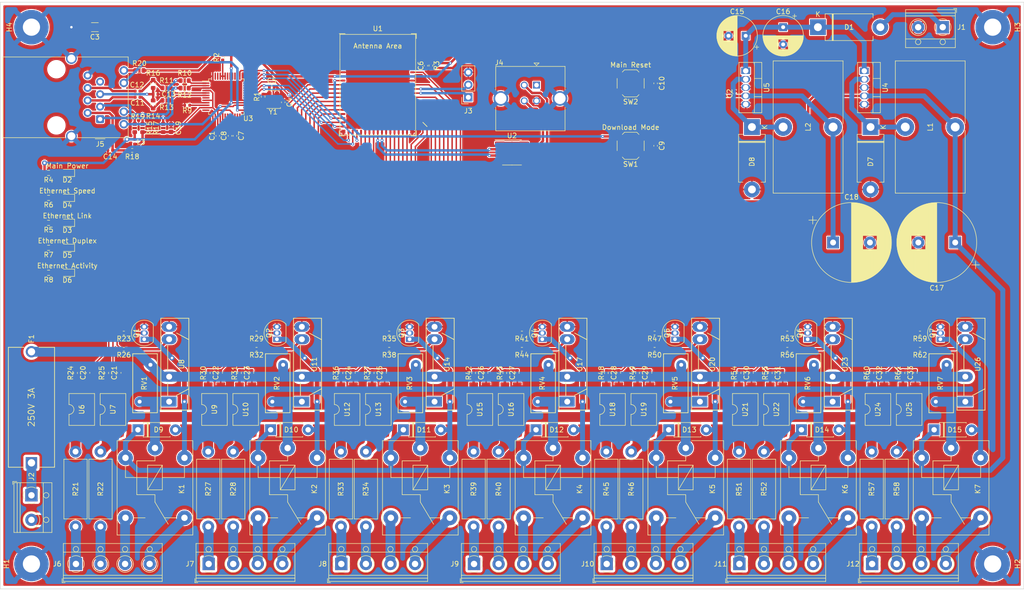
<source format=kicad_pcb>
(kicad_pcb (version 20211014) (generator pcbnew)
  (title_block (title "Raffstore Controller") (date "2022-05-06") (rev "1.1.1") (company "The Rhynaz <https://github.com/Rhynaz>"))
  (layers (0 "F.Cu" signal) (31 "B.Cu" signal) (34 "B.Paste" user) (35 "F.Paste" user) (37 "F.SilkS" user "F.Silkscreen") (38 "B.Mask" user) (39 "F.Mask" user) (44 "Edge.Cuts" user))
  (net 0 "")
  (net 1 "GND")
  (net 2 "+3.3VA")
  (net 3 "+3V3")
  (net 4 "GNDREF")
  (net 5 "Net-(C4-Pad1)")
  (net 6 "Net-(C5-Pad1)")
  (net 7 "CPU_RST")
  (net 8 "Net-(C8-Pad1)")
  (net 9 "CPU_DLM")
  (net 10 "Net-(C11-Pad1)")
  (net 11 "Net-(C12-Pad1)")
  (net 12 "Net-(C13-Pad1)")
  (net 13 "Net-(C14-Pad1)")
  (net 14 "Net-(R2-Pad2)")
  (net 15 "VCC")
  (net 16 "+5V")
  (net 17 "/IO1")
  (net 18 "/IO2")
  (net 19 "/IO5")
  (net 20 "/IO6")
  (net 21 "/IO21")
  (net 22 "/IO26")
  (net 23 "Net-(R9-Pad2)")
  (net 24 "/IO15")
  (net 25 "/IO34")
  (net 26 "/IO48")
  (net 27 "/IO37")
  (net 28 "/IO38")
  (net 29 "/IO41")
  (net 30 "/IO42")
  (net 31 "Net-(D1-Pad2)")
  (net 32 "Net-(D2-Pad2)")
  (net 33 "LNK_LED")
  (net 34 "Net-(D3-Pad2)")
  (net 35 "SPD_LED")
  (net 36 "Net-(D4-Pad2)")
  (net 37 "DUP_LED")
  (net 38 "Net-(D5-Pad2)")
  (net 39 "ACT_LED")
  (net 40 "Net-(D6-Pad2)")
  (net 41 "Net-(D7-Pad1)")
  (net 42 "Net-(D8-Pad1)")
  (net 43 "Net-(D9-Pad2)")
  (net 44 "Net-(D10-Pad2)")
  (net 45 "Net-(D11-Pad2)")
  (net 46 "Net-(D12-Pad2)")
  (net 47 "Net-(D13-Pad2)")
  (net 48 "Net-(D14-Pad2)")
  (net 49 "Net-(C7-Pad1)")
  (net 50 "GNDPWR")
  (net 51 "Net-(D15-Pad2)")
  (net 52 "AC")
  (net 53 "/TX")
  (net 54 "/RX")
  (net 56 "/RD+")
  (net 57 "/RD-")
  (net 58 "/TD-")
  (net 59 "/TD+")
  (net 60 "Net-(J5-Pad10)")
  (net 61 "Net-(J5-Pad12)")
  (net 62 "/Raffstore Channel 1/SwitchOpen")
  (net 63 "/Raffstore Channel 1/SwitchClose")
  (net 64 "/Raffstore Channel 1/MotorOpen")
  (net 65 "/Raffstore Channel 1/MotorClose")
  (net 66 "/Raffstore Channel 2/SwitchOpen")
  (net 67 "/Raffstore Channel 2/SwitchClose")
  (net 68 "/Raffstore Channel 2/MotorOpen")
  (net 69 "/Raffstore Channel 2/MotorClose")
  (net 70 "/Raffstore Channel 4/SwitchOpen")
  (net 71 "/Raffstore Channel 4/SwitchClose")
  (net 72 "/Raffstore Channel 4/MotorOpen")
  (net 73 "/Raffstore Channel 4/MotorClose")
  (net 74 "/Raffstore Channel 3/SwitchOpen")
  (net 75 "/Raffstore Channel 3/SwitchClose")
  (net 76 "/Raffstore Channel 3/MotorOpen")
  (net 77 "/Raffstore Channel 3/MotorClose")
  (net 78 "/Raffstore Channel 5/SwitchOpen")
  (net 79 "/Raffstore Channel 5/SwitchClose")
  (net 80 "/Raffstore Channel 5/MotorOpen")
  (net 81 "/Raffstore Channel 5/MotorClose")
  (net 82 "/Raffstore Channel 6/SwitchOpen")
  (net 83 "/Raffstore Channel 6/SwitchClose")
  (net 84 "/Raffstore Channel 6/MotorOpen")
  (net 85 "/Raffstore Channel 6/MotorClose")
  (net 86 "/Raffstore Channel 0/SwitchOpen")
  (net 87 "/Raffstore Channel 0/SwitchClose")
  (net 88 "/Raffstore Channel 0/MotorOpen")
  (net 89 "/Raffstore Channel 0/MotorClose")
  (net 90 "Net-(R21-Pad2)")
  (net 91 "Net-(R24-Pad1)")
  (net 92 "/TX-")
  (net 93 "/RX-")
  (net 94 "/TX+")
  (net 95 "/RX+")
  (net 96 "Net-(J4-Pad3)")
  (net 97 "Net-(R22-Pad2)")
  (net 98 "Net-(R27-Pad2)")
  (net 99 "/IO4")
  (net 100 "Net-(R25-Pad1)")
  (net 101 "Net-(R26-Pad1)")
  (net 102 "Net-(R30-Pad1)")
  (net 103 "/IO3")
  (net 104 "Net-(R28-Pad2)")
  (net 105 "Net-(R33-Pad2)")
  (net 106 "/IO8")
  (net 107 "Net-(R31-Pad1)")
  (net 108 "Net-(R32-Pad1)")
  (net 109 "/IO18")
  (net 110 "/IO7")
  (net 111 "Net-(R34-Pad2)")
  (net 112 "Net-(R36-Pad1)")
  (net 113 "/IO33")
  (net 114 "Net-(R37-Pad1)")
  (net 115 "Net-(R38-Pad1)")
  (net 116 "Net-(R39-Pad2)")
  (net 117 "/IO47")
  (net 118 "Net-(R40-Pad2)")
  (net 119 "Net-(R42-Pad1)")
  (net 120 "/IO17")
  (net 121 "Net-(R43-Pad1)")
  (net 122 "Net-(R44-Pad1)")
  (net 123 "Net-(R45-Pad2)")
  (net 124 "/IO16")
  (net 125 "Net-(R46-Pad2)")
  (net 126 "Net-(R48-Pad1)")
  (net 127 "/IO36")
  (net 128 "Net-(R49-Pad1)")
  (net 129 "Net-(R50-Pad1)")
  (net 130 "Net-(R51-Pad2)")
  (net 131 "/IO35")
  (net 132 "Net-(R52-Pad2)")
  (net 133 "Net-(R54-Pad1)")
  (net 134 "/IO40")
  (net 135 "Net-(R55-Pad1)")
  (net 136 "Net-(R56-Pad1)")
  (net 137 "Net-(R57-Pad2)")
  (net 138 "/IO39")
  (net 139 "Net-(R58-Pad2)")
  (net 140 "Net-(R60-Pad1)")
  (net 141 "/IO46")
  (net 142 "Net-(R61-Pad1)")
  (net 143 "Net-(R62-Pad1)")
  (net 144 "/~{INT}")
  (net 145 "/IO45")
  (net 146 "/~{CS}")
  (net 147 "/~{RST}")
  (net 148 "/MOSI")
  (net 149 "/CLK")
  (net 150 "/MISO")
  (net 151 "/D-")
  (net 152 "/D+")
  (net 165 "Net-(K1-Pad11)")
  (net 166 "Net-(K2-Pad11)")
  (net 167 "Net-(K3-Pad11)")
  (net 168 "Net-(K4-Pad11)")
  (net 169 "Net-(K5-Pad11)")
  (net 170 "Net-(K6-Pad11)")
  (net 171 "Net-(K7-Pad11)")
  (net 172 "Net-(Q1-Pad2)")
  (net 173 "Net-(Q2-Pad2)")
  (net 174 "Net-(Q3-Pad2)")
  (net 175 "Net-(Q4-Pad2)")
  (net 176 "Net-(Q5-Pad2)")
  (net 177 "Net-(Q6-Pad2)")
  (net 178 "Net-(Q7-Pad2)")
  (net 179 "Net-(J4-Pad2)")
  (net 180 "Net-(F1-Pad1)")
  (footprint "Package_QFP:LQFP-48_7x7mm_P0.5mm" (layer "F.Cu") (at 90.3675 56.076724)
    (fp_text reference "U3")
    (fp_text value "W5500")
  )
  (footprint "Resistor_THT:R_Axial_DIN0414_L11.9mm_D4.5mm_P15.24mm_Horizontal" (layer "F.Cu") (at 113.68 143.541724 90)
    (fp_text reference "R33")
    (fp_text value "430kΩ")
  )
  (footprint "Package_SIP:SIP4_Sharp-SSR_P7.62mm_Straight" (layer "F.Cu") (at 105.73 118.141724 90)
    (fp_text reference "U11")
    (fp_text value "S202S02")
  )
  (footprint "Relay_THT:Relay_SPDT_Finder_36.11" (layer "F.Cu") (at 210.84 127.571724 -90)
    (fp_text reference "K6")
    (fp_text value "FINDER-36.11.9.005")
  )
  (footprint "Capacitor_SMD:C_0402_1005Metric" (layer "F.Cu") (at 75.955 55.576724)
    (fp_text reference "C13")
    (fp_text value "10nF")
  )
  (footprint "Resistor_SMD:R_0402_1005Metric" (layer "F.Cu") (at 147.03 112.299724 90)
    (fp_text reference "R43")
    (fp_text value "1kΩ")
  )
  (footprint "Varistor:RV_Disc_D12mm_W5mm_P7.5mm" (layer "F.Cu") (at 99.72 118.141724 90)
    (fp_text reference "RV2")
    (fp_text value "S10K275")
  )
  (footprint "Capacitor_SMD:C_0402_1005Metric" (layer "F.Cu") (at 116.22 112.271724 -90)
    (fp_text reference "C24")
    (fp_text value "1µF")
  )
  (footprint "LED_SMD:LED_0603_1608Metric" (layer "F.Cu") (at 58.0065 71.591724 180)
    (fp_text reference "D2")
    (fp_text value "Main Power")
  )
  (footprint "Resistor_SMD:R_0402_1005Metric" (layer "F.Cu") (at 231.504 107.473724 180)
    (fp_text reference "R62")
    (fp_text value "100Ω")
  )
  (footprint "Resistor_SMD:R_0402_1005Metric" (layer "F.Cu") (at 69.504 104.171724 180)
    (fp_text reference "R23")
    (fp_text value "10kΩ")
  )
  (footprint "TerminalBlock_RND:TerminalBlock_RND_205-00014_1x04_P5.00mm_Horizontal" (layer "F.Cu") (at 86.76 151.161724)
    (fp_text reference "J7")
    (fp_text value "Raffstore")
  )
  (footprint "Resistor_SMD:R_0603_1608Metric" (layer "F.Cu") (at 81.887 54.334724 180)
    (fp_text reference "R12")
    (fp_text value "33Ω")
  )
  (footprint "Package_DIP:SMDIP-4_W9.53mm_Clearance8mm" (layer "F.Cu") (at 67.3 119.726724 90)
    (fp_text reference "U7")
    (fp_text value "SFH6286-3T")
  )
  (footprint "Capacitor_SMD:C_0402_1005Metric" (layer "F.Cu") (at 177.71 53.371724 90)
    (fp_text reference "C10")
    (fp_text value "100nF")
  )
  (footprint "Resistor_SMD:R_0402_1005Metric" (layer "F.Cu") (at 59.68 112.299724 90)
    (fp_text reference "R24")
    (fp_text value "1kΩ")
  )
  (footprint "MountingHole:MountingHole_3.5mm_Pad" (layer "F.Cu") (at 50.71 151.161724 90)
    (fp_text reference "H1")
    (fp_text value "Mounting Hole")
  )
  (footprint "Resistor_SMD:R_0603_1608Metric" (layer "F.Cu") (at 78.205 56.846724 180)
    (fp_text reference "R13")
    (fp_text value "33Ω")
  )
  (footprint "Connector_USB:USB_B_TE_5787834_Vertical" (layer "F.Cu") (at 153.48 53.729224)
    (fp_text reference "J4")
    (fp_text value "USB")
  )
  (footprint "Resistor_SMD:R_0402_1005Metric" (layer "F.Cu") (at 228.03 112.299724 90)
    (fp_text reference "R61")
    (fp_text value "1kΩ")
  )
  (footprint "Package_TO_SOT_THT:TO-92_Inline" (layer "F.Cu") (at 100.65 105.441724 90)
    (fp_text reference "Q2")
    (fp_text value "BC337")
  )
  (footprint "Package_DIP:SMDIP-4_W9.53mm_Clearance8mm" (layer "F.Cu") (at 195.95 119.726724 90)
    (fp_text reference "U21")
    (fp_text value "SFH6286-3T")
  )
  (footprint "Resistor_SMD:R_0603_1608Metric" (layer "F.Cu") (at 81.887 52.810724 180)
    (fp_text reference "R10")
    (fp_text value "33Ω")
  )
  (footprint "Resistor_THT:R_Axial_DIN0414_L11.9mm_D4.5mm_P15.24mm_Horizontal" (layer "F.Cu") (at 91.76 143.541724 90)
    (fp_text reference "R28")
    (fp_text value "430kΩ")
  )
  (footprint "MountingHole:MountingHole_3.5mm_Pad" (layer "F.Cu") (at 246.29 41.941724 90)
    (fp_text reference "H3")
    (fp_text value "Mounting Hole")
  )
  (footprint "Package_SIP:SIP4_Sharp-SSR_P7.62mm_Straight" (layer "F.Cu") (at 213.73 118.141724 90)
    (fp_text reference "U23")
    (fp_text value "S202S02")
  )
  (footprint "Resistor_THT:R_Axial_DIN0414_L11.9mm_D4.5mm_P15.24mm_Horizontal" (layer "F.Cu") (at 172.76 143.541724 90)
    (fp_text reference "R46")
    (fp_text value "430kΩ")
  )
  (footprint "Package_TO_SOT_THT:TO-92_Inline" (layer "F.Cu") (at 235.65 105.441724 90)
    (fp_text reference "Q7")
    (fp_text value "BC337")
  )
  (footprint "Relay_THT:Relay_SPDT_Finder_36.11" (layer "F.Cu") (at 129.84 127.571724 -90)
    (fp_text reference "K3")
    (fp_text value "FINDER-36.11.9.005")
  )
  (footprint "Package_DIP:SMDIP-4_W9.53mm_Clearance8mm" (layer "F.Cu") (at 168.95 119.726724 90)
    (fp_text reference "U18")
    (fp_text value "SFH6286-3T")
  )
  (footprint "LED_SMD:LED_0603_1608Metric" (layer "F.Cu") (at 58.0065 86.831724 180)
    (fp_text reference "D5")
    (fp_text value "Ethernet Duplex")
  )
  (footprint "Button_Switch_SMD:SW_SPST_TL3342" (layer "F.Cu") (at 172.63 66.071724 180)
    (fp_text reference "SW1")
    (fp_text value "Download Mode")
  )
  (footprint "0PTF0078P:0PTF0078P" (layer "F.Cu") (at 50.71 119.281724 90)
    (fp_text reference "F1")
    (fp_text value "250V 3A")
  )
  (footprint "Package_DIP:SMDIP-4_W9.53mm_Clearance8mm" (layer "F.Cu") (at 121.3 119.726724 90)
    (fp_text reference "U13")
    (fp_text value "SFH6286-3T")
  )
  (footprint "Package_SIP:SIP4_Sharp-SSR_P7.62mm_Straight" (layer "F.Cu") (at 240.73 118.141724 90)
    (fp_text reference "U26")
    (fp_text value "S202S02")
  )
  (footprint "Relay_THT:Relay_SPDT_Finder_36.11" (layer "F.Cu") (at 237.84 127.571724 -90)
    (fp_text reference "K7")
    (fp_text value "FINDER-36.11.9.005")
  )
  (footprint "Resistor_SMD:R_0402_1005Metric" (layer "F.Cu") (at 167.68 112.299724 90)
    (fp_text reference "R48")
    (fp_text value "1kΩ")
  )
  (footprint "Package_DIP:SMDIP-4_W9.53mm_Clearance8mm" (layer "F.Cu") (at 229.3 119.726724 90)
    (fp_text reference "U25")
    (fp_text value "SFH6286-3T")
  )
  (footprint "Resistor_SMD:R_0402_1005Metric" (layer "F.Cu") (at 89.6175 48.104224 -90)
    (fp_text reference "R2")
    (fp_text value "10kΩ")
  )
  (footprint "Package_TO_SOT_THT:TO-92_Inline" (layer "F.Cu") (at 73.65 105.441724 90)
    (fp_text reference "Q1")
    (fp_text value "BC337")
  )
  (footprint "Diode_THT:D_DO-41_SOD81_P7.62mm_Horizontal" (layer "F.Cu") (at 72.38 123.856724)
    (fp_text reference "D9")
    (fp_text value "1N4001")
  )
  (footprint "Relay_THT:Relay_SPDT_Finder_36.11" (layer "F.Cu") (at 102.84 127.571724 -90)
    (fp_text reference "K2")
    (fp_text value "FINDER-36.11.9.005")
  )
  (footprint "Resistor_SMD:R_0402_1005Metric" (layer "F.Cu") (at 96.504 104.171724 180)
    (fp_text reference "R29")
    (fp_text value "10kΩ")
  )
  (footprint "Inductor_SMD:L_0402_1005Metric" (layer "F.Cu") (at 71.716693 65.251724 -90)
    (fp_text reference "L3")
    (fp_text value "Ferrite Bead")
  )
  (footprint "Capacitor_SMD:C_0402_1005Metric" (layer "F.Cu") (at 130.974 49.781724 90)
    (fp_text reference "C6")
    (fp_text value "1µF")
  )
  (footprint "TerminalBlock_RND:TerminalBlock_RND_205-00014_1x04_P5.00mm_Horizontal" (layer "F.Cu") (at 59.76 151.161724)
    (fp_text reference "J6")
    (fp_text value "Raffstore")
  )
  (footprint "Capacitor_SMD:C_0402_1005Metric" (layer "F.Cu") (at 91.1175 64.049224 -90)
    (fp_text reference "C8")
    (fp_text value "4.7µF")
  )
  (footprint "Resistor_SMD:R_0402_1005Metric" (layer "F.Cu") (at 140.68 112.299724 90)
    (fp_text reference "R42")
    (fp_text value "1kΩ")
  )
  (footprint "Capacitor_SMD:C_0402_1005Metric" (layer "F.Cu") (at 176.57 112.271724 -90)
    (fp_text reference "C29")
    (fp_text value "1µF")
  )
  (footprint "TerminalBlock_RND:TerminalBlock_RND_205-00014_1x04_P5.00mm_Horizontal" (layer "F.Cu") (at 113.76 151.161724)
    (fp_text reference "J8")
    (fp_text value "Raffstore")
  )
  (footprint "Resistor_SMD:R_0402_1005Metric" (layer "F.Cu") (at 221.68 112.299724 90)
    (fp_text reference "R60")
    (fp_text value "1kΩ")
  )
  (footprint "LED_SMD:LED_0603_1608Metric" (layer "F.Cu") (at 58.0065 81.751724 180)
    (fp_text reference "D3")
    (fp_text value "Ethernet Link")
  )
  (footprint "Diode_THT:D_DO-41_SOD81_P7.62mm_Horizontal" (layer "F.Cu") (at 126.38 123.856724)
    (fp_text reference "D11")
    (fp_text value "1N4001")
  )
  (footprint "Button_Switch_SMD:SW_SPST_TL3342" (layer "F.Cu") (at 172.63 53.371724 180)
    (fp_text reference "SW2")
    (fp_text value "Main Reset")
  )
  (footprint "Resistor_THT:R_Axial_DIN0414_L11.9mm_D4.5mm_P15.24mm_Horizontal" (layer "F.Cu") (at 86.68 143.541724 90)
    (fp_text reference "R27")
    (fp_text value "430kΩ")
  )
  (footprint "Resistor_SMD:R_0402_1005Metric" (layer "F.Cu") (at 204.504 107.473724 180)
    (fp_text reference "R56")
    (fp_text value "100Ω")
  )
  (footprint "Resistor_SMD:R_0603_1608Metric" (layer "F.Cu") (at 77.516693 62.463242 90)
    (fp_text reference "R17")
    (fp_text value "49.9Ω")
  )
  (footprint "Resistor_SMD:R_0603_1608Metric" (layer "F.Cu") (at 54.1965 91.911724 180)
    (fp_text reference "R8")
    (fp_text value "62Ω")
  )
  (footprint "Resistor_SMD:R_0402_1005Metric" (layer "F.Cu") (at 86.68 112.299724 90)
    (fp_text reference "R30")
    (fp_text value "1kΩ")
  )
  (footprint "Capacitor_SMD:C_0402_1005Metric" (layer "F.Cu") (at 143.22 112.271724 -90)
    (fp_text reference "C26")
    (fp_text value "1µF")
  )
  (footprint "Resistor_SMD:R_0402_1005Metric" (layer "F.Cu") (at 150.504 107.473724 180)
    (fp_text reference "R44")
    (fp_text value "100Ω")
  )
  (footprint "Package_SIP:SIP4_Sharp-SSR_P7.62mm_Straight" (layer "F.Cu") (at 78.73 118.141724 90)
    (fp_text reference "U8")
    (fp_text value "S202S02")
  )
  (footprint "Resistor_SMD:R_0603_1608Metric" (layer "F.Cu") (at 75.475 53.481724 90)
    (fp_text reference "R16")
    (fp_text value "82Ω")
  )
  (footprint "TerminalBlock_RND:TerminalBlock_RND_205-00014_1x04_P5.00mm_Horizontal" (layer "F.Cu") (at 167.76 151.161724)
    (fp_text reference "J10")
    (fp_text value "Raffstore")
  )
  (footprint "Varistor:RV_Disc_D12mm_W5mm_P7.5mm" (layer "F.Cu") (at 234.72 118.141724 90)
    (fp_text reference "RV7")
    (fp_text value "S10K275")
  )
  (footprint "Diode_THT:D_DO-201AD_P12.70mm_Horizontal" (layer "F.Cu") (at 197.31 62.261724 -90)
    (fp_text reference "D8")
    (fp_text value "1N5822")
  )
  (footprint "Connector_RJ:RJ45_Wuerth_7499010121A_Horizontal" (layer "F.Cu") (at 64.68 60.656724 180)
    (fp_text reference "J5")
    (fp_text value "7499010121A")
  )
  (footprint "Diode_THT:D_DO-41_SOD81_P7.62mm_Horizontal" (layer "F.Cu") (at 234.38 123.856724)
    (fp_text reference "D15")
    (fp_text value "1N4001")
  )
  (footprint "Package_TO_SOT_THT:TO-92_Inline" (layer "F.Cu") (at 208.65 105.441724 90)
    (fp_text reference "Q6")
    (fp_text value "BC337")
  )
  (footprint "Capacitor_SMD:C_0402_1005Metric" (layer "F.Cu") (at 92.1175 64.049224 -90)
    (fp_text reference "C7")
    (fp_text value "10nF")
  )
  (footprint "Resistor_SMD:R_0402_1005Metric" (layer "F.Cu") (at 113.68 112.299724 90)
    (fp_text reference "R36")
    (fp_text value "1kΩ")
  )
  (footprint "Varistor:RV_Disc_D12mm_W5mm_P7.5mm" (layer "F.Cu") (at 180.72 118.141724 90)
    (fp_text reference "RV5")
    (fp_text value "S10K275")
  )
  (footprint "Package_DIP:SMDIP-4_W9.53mm_Clearance8mm" (layer "F.Cu") (at 222.95 119.726724 90)
    (fp_text reference "U24")
    (fp_text value "SFH6286-3T")
  )
  (footprint "Package_DIP:SMDIP-4_W9.53mm_Clearance8mm" (layer "F.Cu") (at 87.95 119.726724 90)
    (fp_text reference "U9")
    (fp_text value "SFH6286-3T")
  )
  (footprint "TerminalBlock_RND:TerminalBlock_RND_205-00014_1x04_P5.00mm_Horizontal" (layer "F.Cu") (at 140.76 151.161724)
    (fp_text reference "J9")
    (fp_text value "Raffstore")
  )
  (footprint "Package_DIP:SMDIP-4_W9.53mm_Clearance8mm" (layer "F.Cu") (at 94.3 119.726724 90)
    (fp_text reference "U10")
    (fp_text value "SFH6286-3T")
  )
  (footprint "Resistor_THT:R_Axial_DIN0414_L11.9mm_D4.5mm_P15.24mm_Horizontal" (layer "F.Cu") (at 167.68 143.541724 90)
    (fp_text reference "R45")
    (fp_text value "430kΩ")
  )
  (footprint "Oscillator:Oscillator_SMD_EuroQuartz_XO32-4Pin_3.2x2.5mm" (layer "F.Cu") (at 99.8925 56.641724 180)
    (fp_text reference "Y1")
    (fp_text value "25MHz")
  )
  (footprint "Capacitor_SMD:C_0402_1005Metric" (layer "F.Cu") (at 101.9375 57.236724 90)
    (fp_text reference "C4")
    (fp_text value "18pF")
  )
  (footprint "TerminalBlock_RND:TerminalBlock_RND_205-00012_1x02_P5.00mm_Horizontal" (layer "F.Cu") (at 236.13 41.941724 180)
    (fp_text reference "J1")
    (fp_text value "DC 7-30V")
  )
  (footprint "Resistor_SMD:R_0402_1005Metric" (layer "F.Cu") (at 71.206693 67.011724 180)
    (fp_text reference "R18")
    (fp_text value "10Ω")
  )
  (footprint "Resistor_SMD:R_0402_1005Metric" (layer "F.Cu") (at 231.504 104.171724 180)
    (fp_text reference "R59")
    (fp_text value "10kΩ")
  )
  (footprint "Capacitor_SMD:C_0402_1005Metric" (layer "F.Cu") (at 99.5975 54.101724)
    (fp_text reference "C5")
    (fp_text value "18pF")
  )
  (footprint "Resistor_THT:R_Axial_DIN0414_L11.9mm_D4.5mm_P15.24mm_Horizontal" (layer "F.Cu") (at 145.76 143.541724 90)
    (fp_text reference "R40")
    (fp_text value "430kΩ")
  )
  (footprint "Capacitor_SMD:C_0402_1005Metric" (layer "F.Cu") (at 177.71 66.071724 90)
    (fp_text reference "C9")
    (fp_text value "100nF")
  )
  (footprint "Resistor_THT:R_Axial_DIN0414_L11.9mm_D4.5mm_P15.24mm_Horizontal" (layer "F.Cu") (at 194.68 143.541724 90)
    (fp_text reference "R51")
    (fp_text value "430kΩ")
  )
  (footprint "Capacitor_SMD:C_0402_1005Metric" (layer "F.Cu") (at 72.3 54.941724 180)
    (fp_text reference "C12")
    (fp_text value "6.8nF")
  )
  (footprint "Resistor_THT:R_Axial_DIN0414_L11.9mm_D4.5mm_P15.24mm_Horizontal" (layer "F.Cu") (at 64.76 143.541724 90)
    (fp_text reference "R22")
    (fp_text value "430kΩ")
  )
  (footprint "Package_TO_SOT_THT:TO-92_Inline" (layer "F.Cu") (at 154.65 105.441724 90)
    (fp_text reference "Q4")
    (fp_text value "BC337")
  )
  (footprint "Capacitor_SMD:C_0402_1005Metric" (layer "F.Cu") (at 72.3 56.211724 180)
    (fp_text reference "C11")
    (fp_text value "6.8nF")
  )
  (footprint "Capacitor_SMD:C_0402_1005Metric" (layer "F.Cu") (at 170.22 112.271724 -90)
    (fp_text reference "C28")
    (fp_text value "1µF")
  )
  (footprint "Inductor_THT:L_Toroid_Vertical_L26.7mm_W14.0mm_P10.16mm_Pulse_D" (layer "F.Cu") (at 228.51 62.261724 90)
    (fp_text reference "L1")
    (fp_text value "100µH")
  )
  (footprint "Resistor_THT:R_Axial_DIN0414_L11.9mm_D4.5mm_P15.24mm_Horizontal" (layer "F.Cu") (at 199.76 143.541724 90)
    (fp_text reference "R52")
    (fp_text value "430kΩ")
  )
  (footprint "Relay_THT:Relay_SPDT_Finder_36.11" (layer "F.Cu") (at 156.84 127.571724 -90)
    (fp_text reference "K4")
    (fp_text value "FINDER-36.11.9.005")
  )
  (footprint "Resistor_SMD:R_0402_1005Metric" (layer "F.Cu") (at 204.504 104.171724 180)
    (fp_text reference "R53")
    (fp_text value "10kΩ")
  )
  (footprint "Varistor:RV_Disc_D12mm_W5mm_P7.5mm" (layer "F.Cu") (at 72.72 118.141724 90)
    (fp_text reference "RV1")
    (fp_text value "S10K275")
  )
  (footprint "Capacitor_THT:CP_Radial_D16.0mm_P7.50mm" (layer "F.Cu") (at 213.82 85.756724)
    (fp_text reference "C18")
    (fp_text value "1000µF")
  )
  (footprint "Resistor_SMD:R_0402_1005Metric" (layer "F.Cu") (at 82.395 57.826724)
    (fp_text reference "R9")
    (fp_text value "12.4kΩ")
  )
  (footprint "MountingHole:MountingHole_3.5mm_Pad" (layer "F.Cu") (at 50.71 41.941724 90)
    (fp_text reference "H4")
    (fp_text value "Mounting Hole")
  )
  (footprint "TerminalBlock_RND:TerminalBlock_RND_205-00012_1x02_P5.00mm_Horizontal" (layer "F.Cu") (at 50.71 137.191724 -90)
    (fp_text reference "J2")
    (fp_text value "AC 230V")
  )
  (footprint "Resistor_THT:R_Axial_DIN0414_L11.9mm_D4.5mm_P15.24mm_Horizontal" (layer "F.Cu") (at 226.76 143.541724 90)
    (fp_text reference "R58")
    (fp_text value "430kΩ")
  )
  (footprint "TerminalBlock_RND:TerminalBlock_RND_205-00014_1x04_P5.00mm_Horizontal" (layer "F.Cu") (at 221.76 151.161724)
    (fp_text reference "J12")
    (fp_text value "Raffstore")
  )
  (footprint "Diode_THT:D_DO-41_SOD81_P7.62mm_Horizontal" (layer "F.Cu") (at 99.38 123.856724)
    (fp_text reference "D10")
    (fp_text value "1N4001")
  )
  (footprint "LED_SMD:LED_0603_1608Metric" (layer "F.Cu") (at 58.0065 76.671724 180)
    (fp_text reference "D4")
    (fp_text value "Ethernet Speed")
  )
  (footprint "Package_DIP:SMDIP-4_W9.53mm_Clearance8mm" (layer "F.Cu") (at 60.95 119.726724 90)
    (fp_text reference "U6")
    (fp_text value "SFH6286-3T")
  )
  (footprint "Package_TO_SOT_THT:TO-92_Inline" (layer "F.Cu") (at 181.65 105.441724 90)
    (fp_text reference "Q5")
    (fp_text value "BC337")
  )
  (footprint "Diode_THT:D_DO-201AD_P12.70mm_Horizontal" (layer "F.Cu") (at 221.44 62.261724 -90)
    (fp_text reference "D7")
    (fp_text value "1N5822")
  )
  (footprint "Capacitor_SMD:C_0402_1005Metric" (layer "F.Cu") (at 203.57 112.271724 -90)
    (fp_text reference "C31")
    (fp_text value "1µF")
  )
  (footprint "Resistor_SMD:R_0603_1608Metric" (layer "F.Cu") (at 71.716693 62.463242 90)
    (fp_text reference "R19")
    (fp_text value "62Ω")
  )
  (footprint "Relay_THT:Relay_SPDT_Finder_36.11" (layer "F.Cu") (at 183.84 127.571724 -90)
    (fp_text reference "K5")
    (fp_text value "FINDER-36.11.9.005")
  )
  (footprint "Package_DIP:SMDIP-4_W9.53mm_Clearance8mm" (layer "F.Cu") (at 114.95 119.726724 90)
    (fp_text reference "U12")
    (fp_text value "SFH6286-3T")
  )
  (footprint "Resistor_SMD:R_0402_1005Metric" (layer "F.Cu") (at 131.99 49.751724 -90)
    (fp_text reference "R3")
    (fp_text value "10kΩ")
  )
  (footprint "Package_SIP:SIP4_Sharp-SSR_P7.62mm_Straight" (layer "F.Cu") (at 132.73 118.141724 90)
    (fp_text reference "U14")
    (fp_text value "S202S02")
  )
  (footprint "Capacitor_SMD:C_0402_1005Metric" (layer "F.Cu") (at 197.22 112.271724 -90)
    (fp_text reference "C30")
    (fp_text value "1µF")
  )
  (footprint "Resistor_SMD:R_0402_1005Metric" (layer "F.Cu") (at 177.504 104.171724 180)
    (fp_text reference "R47")
    (fp_text value "10kΩ")
  )
  (footprint "Capacitor_THT:CP_Radial_D8.0mm_P3.50mm" (layer "F.Cu") (at 196.04 43.691724 180)
    (fp_text reference "C15")
    (fp_text value "100µF")
  )
  (footprint "TerminalBlock_RND:TerminalBlock_RND_205-00014_1x04_P5.00mm_Horizontal" (layer "F.Cu") (at 194.76 151.161724)
    (fp_text reference "J11")
    (fp_text value "Raffstore")
  )
  (footprint "Resistor_SMD:R_0402_1005Metric" (layer "F.Cu") (at 123.504 104.171724 180)
    (fp_text reference "R35")
    (fp_text value "10kΩ")
  )
  (footprint "Resistor_SMD:R_0603_1608Metric" (layer "F.Cu") (at 72.685 50.746724)
    (fp_text reference "R20")
    (fp_text value "62Ω")
  )
  (footprint "Resistor_THT:R_Axial_DIN0414_L11.9mm_D4.5mm_P15.24mm_Horizontal" (layer "F.Cu") (at 140.68 143.541724 90)
    (fp_text reference "R39")
    (fp_text value "430kΩ")
  )
  (footprint "Resistor_SMD:R_0402_1005Metric" (layer "F.Cu") (at 97.8475 56.076724 -90)
    (fp_text reference "R1")
    (fp_text value "1MΩ")
  )
  (footprint "Resistor_SMD:R_0603_1608Metric" (layer "F.Cu") (at 54.1965 81.751724 180)
    (fp_text reference "R5")
    (fp_text value "62Ω")
  )
  (footprint "Package_SO:SOIC-8_3.9x4.9mm_P1.27mm" (layer "F.Cu") (at 148.485 67.424332)
    (fp_text reference "U2")
    (fp_text value "USB6B1")
  )
  (footprint "Capacitor_SMD:C_0402_1005Metric" (layer "F.Cu") (at 149.57 112.271724 -90)
    (fp_text reference "C27")
    (fp_text value "1µF")
  )
  (footprint "Resistor_SMD:R_0402_1005Metric" (layer "F.Cu") (at 201.03 112.299724 90)
    (fp_text reference "R55")
    (fp_text value "1kΩ")
  )
  (footprint "Resistor_SMD:R_0402_1005Metric" (layer "F.Cu") (at 93.03 112.299724 90)
    (fp_text reference "R31")
    (fp_text value "1kΩ")
  )
  (footprint "Resistor_SMD:R_0402_1005Metric" (layer "F.Cu") (at 174.03 112.299724 90)
    (fp_text reference "R49")
    (fp_text value "1kΩ")
  )
  (footprint "Capacitor_THT:CP_Radial_D16.0mm_P7.50mm" (layer "F.Cu") (at 238.67 85.756724 180)
    (fp_text reference "C17")
    (fp_text value "1000µF")
  )
  (footprint "Varistor:RV_Disc_D12mm_W5mm_P7.5mm" (layer "F.Cu") (at 207.72 118.141724 90)
    (fp_text reference "RV6")
    (fp_text value "S10K275")
  )
  (footprint "Diode_THT:D_DO-41_SOD81_P7.62mm_Horizontal" (layer "F.Cu") (at 207.38 123.856724)
    (fp_text reference "D14")
    (fp_text value "1N4001")
  )
  (footprint "Capacitor_SMD:C_0402_1005Metric" (layer "F.Cu") (at 122.57 112.271724 -90)
    (fp_text reference "C25")
    (fp_text value "1µF")
  )
  (footprint "Varistor:RV_Disc_D12mm_W5mm_P7.5mm" (layer "F.Cu") (at 126.72 118.141724 90)
    (fp_text reference "RV3")
    (fp_text value "S10K275")
  )
  (footprint "Capacitor_THT:CP_Radial_D8.0mm_P3.50mm" (layer "F.Cu") (at 203.66 41.941724 -90)
    (fp_text reference "C16")
    (fp_text value "100µF")
  )
  (footprint "LED_SMD:LED_0603_1608Metric" (layer "F.Cu") (at 58.0065 91.911724 180)
    (fp_text reference "D6")
    (fp_text value "Ethernet Activity")
  )
  (footprint "Package_SIP:SIP4_Sharp-SSR_P7.62mm_Straight" (layer "F.Cu") (at 186.73 118.141724 90)
    (fp_text reference "U20")
    (fp_text value "S202S02")
  )
  (footprint "Resistor_THT:R_Axial_DIN0414_L11.9mm_D4.5mm_P15.24mm_Horizontal" (layer "F.Cu") (at 118.76 143.541724 90)
    (fp_text reference "R34")
    (fp_text value "430kΩ")
  )
  (footprint "Capacitor_SMD:C_0402_1005Metric" (layer "F.Cu") (at 230.57 112.271724 -90)
    (fp_text reference "C33")
    (fp_text value "1µF")
  )
  (footprint "Resistor_SMD:R_0603_1608Metric" (layer "F.Cu") (at 54.1965 76.671724 180)
    (fp_text reference "R6")
    (fp_text value "20Ω")
  )
  (footprint "Connector_PinSocket_2.54mm:PinSocket_1x03_P2.54mm_Vertical" (layer "F.Cu") (at 139.595 56.211724 180)
    (fp_text reference "J3")
    (fp_text value "Serial")
  )
  (footprint "Package_TO_SOT_THT:TO-92_Inline" (layer "F.Cu") (at 127.65 105.441724 90)
    (fp_text reference "Q3")
    (fp_text value "BC337")
  )
  (footprint "Capacitor_SMD:C_0402_1005Metric" (layer "F.Cu") (at 89.22 112.271724 -90)
    (fp_text reference "C22")
    (fp_text value "1µF")
  )
  (footprint "Diode_THT:D_DO-201AD_P12.70mm_Horizontal" (layer "F.Cu") (at 210.73 41.941724)
    (fp_text reference "D1")
    (fp_text value "1N5822")
  )
  (footprint "Resistor_SMD:R_0402_1005Metric" (layer "F.Cu") (at 69.504 107.473724 180)
    (fp_text reference "R26")
    (fp_text value "100Ω")
  )
  (footprint "Resistor_SMD:R_0603_1608Metric" (layer "F.Cu") (at 54.1965 86.831724 180)
    (fp_text reference "R7")
    (fp_text value "20Ω")
  )
  (footprint "Resistor_SMD:R_0402_1005Metric" (layer "F.Cu") (at 120.03 112.299724 90)
    (fp_text reference "R37")
    (fp_text value "1kΩ")
  )
  (footprint "Capacitor_SMD:C_0603_1608Metric" (layer "F.Cu") (at 79.116693 62.463242 90)
    (fp_text reference "C19")
    (fp_text value "10µF")
  )
  (footprint "Capacitor_SMD:C_0402_1005Metric" (layer "F.Cu") (at 95.57 112.271724 -90)
    (fp_text reference "C23")
    (fp_text value "1µF")
  )
  (footprint "Relay_THT:Relay_SPDT_Finder_36.11" (layer "F.Cu") (at 75.84 127.571724 -90)
    (fp_text reference "K1")
    (fp_text value "FINDER-36.11.9.005")
  )
  (footprint "Capacitor_SMD:C_1206_3216Metric" (layer "F.Cu") (at 63.615 41.941724 180)
    (fp_text reference "C3")
    (fp_text value "1nF")
  )
  (footprint "Capacitor_SMD:C_0402_1005Metric" (layer "F.Cu") (at 193.79 55.451724 -90)
    (fp_text reference "C2")
    (fp_text value "100nF")
  )
  (footprint "MountingHole:MountingHole_3.5mm_Pad" (layer "F.Cu") (at 246.29 151.161724 90)
    (fp_text reference "H2")
    (fp_text value "Mounting Hole")
  )
  (footprint "Capacitor_SMD:C_0402_1005Metric" (layer "F.Cu") (at 224.22 112.271724 -90)
    (fp_text reference "C32")
    (fp_text value "1µF")
  )
  (footprint "Resistor_SMD:R_0603_1608Metric" (layer "F.Cu") (at 75.475 57.671724 -90)
    (fp_text reference "R14")
    (fp_text value "82Ω")
  )
  (footprint "Capacitor_SMD:C_0402_1005Metric" (layer "F.Cu") (at 68.57 112.271724 -90)
    (fp_text reference "C21")
    (fp_text value "1µF")
  )
  (footprint "Resistor_THT:R_Axial_DIN0414_L11.9mm_D4.5mm_P15.24mm_Horizontal" (layer "F.Cu") (at 59.68 143.541724 90)
    (fp_text reference "R21")
    (fp_text value "430kΩ")
  )
  (footprint "Inductor_THT:L_Toroid_Vertical_L26.7mm_W14.0mm_P10.16mm_Pulse_D" (layer "F.Cu") (at 203.66 62.261724 90)
    (fp_text reference "L2")
    (fp_text value "100µH")
  )
  (footprint "Diode_THT:D_DO-41_SOD81_P7.62mm_Horizontal" (layer "F.Cu") (at 180.38 123.856724)
    (fp_text reference "D13")
    (fp_text value "1N4001")
  )
  (footprint "Resistor_SMD:R_0402_1005Metric" (layer "F.Cu") (at 177.504 107.473724 180)
    (fp_text reference "R50")
    (fp_text value "100Ω")
  )
  (footprint "Package_TO_SOT_THT:TO-220-5_Vertical" (layer "F.Cu") (at 196.04 50.831724 -90)
    (fp_text reference "U5")
    (fp_text value "LM2576T-3.3")
  )
  (footprint "Resistor_SMD:R_0402_1005Metric" (layer "F.Cu") (at 123.504 107.473724 180)
    (fp_text reference "R38")
    (fp_text value "100Ω")
  )
  (footprint "Capacitor_SMD:C_0402_1005Metric" (layer "F.Cu") (at 88.6175 64.049224 90)
    (fp_text reference "C1")
    (fp_text value "100nF")
  )
  (footprint "Resistor_SMD:R_0603_1608Metric" (layer "F.Cu") (at 54.1965 71.591724 180)
    (fp_text reference "R4")
    (fp_text value "62Ω")
  )
  (footprint "Package_DIP:SMDIP-4_W9.53mm_Clearance8mm" (layer "F.Cu") (at 148.3 119.726724 90)
    (fp_text reference "U16")
    (fp_text value "SFH6286-3T")
  )
  (footprint "Package_TO_SOT_THT:TO-220-5_Vertical" (layer "F.Cu") (at 220.17 50.831724 -90)
    (fp_text reference "U4")
    (fp_text value "LM2576T-5")
  )
  (footprint "Package_DIP:SMDIP-4_W9.53mm_Clearance8mm" (layer "F.Cu") (at 175.3 119.726724 90)
    (fp_text reference "U19")
    (fp_text value "SFH6286-3T")
  )
  (footprint "ESP32-S3-MINI-1:ESP32-S3-MINI-1" (layer "F.Cu") (at 121.18 56.211724)
    (fp_text reference "U1")
    (fp_text value "ESP32-S3-MINI-1")
  )
  (footprint "Resistor_SMD:R_0402_1005Metric" (layer "F.Cu") (at 150.504 104.171724 180)
    (fp_text reference "R41")
    (fp_text value "10kΩ")
  )
  (footprint "Package_DIP:SMDIP-4_W9.53mm_Clearance8mm" (layer "F.Cu") (at 202.3 119.726724 90)
    (fp_text reference "U22")
    (fp_text value "SFH6286-3T")
  )
  (footprint "Resistor_SMD:R_0402_1005Metric" (layer "F.Cu") (at 194.68 112.299724 90)
    (fp_text reference "R54")
    (fp_text value "1kΩ")
  )
  (footprint "Package_SIP:SIP4_Sharp-SSR_P7.62mm_Straight" (layer "F.Cu") (at 159.73 118.141724 90)
    (fp_text reference "U17")
    (fp_text value "S202S02")
  )
  (footprint "Resistor_SMD:R_0603_1608Metric" (layer "F.Cu") (at 78.205 54.306724 180)
    (fp_text reference "R11")
    (fp_text value "33Ω")
  )
  (footprint "Package_DIP:SMDIP-4_W9.53mm_Clearance8mm" (layer "F.Cu") (at 141.95 119.726724 90)
    (fp_text reference "U15")
    (fp_text value "SFH6286-3T")
  )
  (footprint "Capacitor_SMD:C_0402_1005Metric" (layer "F.Cu") (at 66.74 67.011724 180)
    (fp_text reference "C14")
    (fp_text value "22nF")
  )
  (footprint "Resistor_SMD:R_0402_1005Metric" (layer "F.Cu") (at 66.03 112.299724 90)
    (fp_text reference "R25")
    (fp_text value "1kΩ")
  )
  (footprint "Resistor_SMD:R_0402_1005Metric" (layer "F.Cu") (at 96.504 107.473724 180)
    (fp_text reference "R32")
    (fp_text value "100Ω")
  )
  (footprint "Varistor:RV_Disc_D12mm_W5mm_P7.5mm" (layer "F.Cu") (at 153.72 118.141724 90)
    (fp_text reference "RV4")
    (fp_text value "S10K275")
  )
  (footprint "Resistor_THT:R_Axial_DIN0414_L11.9mm_D4.5mm_P15.24mm_Horizontal" (layer "F.Cu") (at 221.68 143.541724 90)
    (fp_text reference "R57")
    (fp_text value "430kΩ")
  )
  (footprint "Capacitor_SMD:C_0402_1005Metric" (layer "F.Cu") (at 62.22 112.271724 -90)
    (fp_text reference "C20")
    (fp_text value "1µF")
  )
  (footprint "Diode_THT:D_DO-41_SOD81_P7.62mm_Horizontal" (layer "F.Cu") (at 153.38 123.856724)
    (fp_text reference "D12")
    (fp_text value "1N4001")
  )
  (footprint "Resistor_SMD:R_0603_1608Metric" (layer "F.Cu") (at 73.316693 62.463242 90)
    (fp_text reference "R15")
    (fp_text value "49.9Ω")
  )
  (gr_line (start 130.355 61.311724) (end 131.205 62.161724) (layer "F.SilkS") (width 0.153))
  (gr_rect (start 44.36 156.241724) (end 252.64 36.861724) (layer "Edge.Cuts") (width 0.1) (fill none))
  (segment (start 128.18 63.211724) (end 122.83 57.861724) (width 0.2) (layer "F.Cu") (net 1))
  (segment (start 87.6175 56.826724) (end 87.6175 55.326724) (width 0.3) (layer "F.Cu") (net 2))
  (segment (start 87.1175 54.826724) (end 86.205 54.826724) (width 0.3) (layer "F.Cu") (net 2))
  (segment (start 79.066693 63.288242) (end 79.116693 63.238242) (width 0.5) (layer "F.Cu") (net 2))
  (segment (start 73.316693 63.288242) (end 73.316693 65.101724) (width 0.5) (layer "F.Cu") (net 2))
  (segment (start 87.6175 58.326724) (end 88.1175 58.826724) (width 0.3) (layer "F.Cu") (net 2))
  (segment (start 91.6175 59.401363) (end 91.6175 60.239224) (width 0.3) (layer "F.Cu") (net 2))
  (segment (start 89.6175 58.826724) (end 89.6175 60.239224) (width 0.3) (layer "F.Cu") (net 2))
  (segment (start 77.516693 63.288242) (end 73.316693 63.288242) (width 0.5) (layer "F.Cu") (net 2))
  (segment (start 71.716693 65.736724) (end 71.716693 67.011724) (width 0.5) (layer "F.Cu") (net 2))
  (segment (start 80.043482 63.238242) (end 79.116693 63.238242) (width 0.3) (layer "F.Cu") (net 2))
  (segment (start 88.6175 58.826724) (end 89.6175 58.826724) (width 0.3) (layer "F.Cu") (net 2))
  (segment (start 73.316693 65.101724) (end 72.681693 65.736724) (width 0.5) (layer "F.Cu") (net 2))
  (segment (start 87.6175 58.326724) (end 87.6175 56.826724) (width 0.3) (layer "F.Cu") (net 2))
  (segment (start 87.6175 55.326724) (end 87.1175 54.826724) (width 0.3) (layer "F.Cu") (net 2))
  (segment (start 84.955 58.326724) (end 80.043482 63.238242) (width 0.3) (layer "F.Cu") (net 2))
  (segment (start 89.6175 58.826724) (end 91.042861 58.826724) (width 0.3) (layer "F.Cu") (net 2))
  (segment (start 77.516693 63.288242) (end 79.066693 63.288242) (width 0.5) (layer "F.Cu") (net 2))
  (segment (start 71.716693 65.736724) (end 72.681693 65.736724) (width 0.5) (layer "F.Cu") (net 2))
  (segment (start 86.205 58.326724) (end 87.6175 58.326724) (width 0.3) (layer "F.Cu") (net 2))
  (segment (start 86.205 56.826724) (end 87.6175 56.826724) (width 0.3) (layer "F.Cu") (net 2))
  (segment (start 88.1175 58.826724) (end 88.6175 58.826724) (width 0.3) (layer "F.Cu") (net 2))
  (segment (start 88.6175 60.239224) (end 88.6175 63.569224) (width 0.3) (layer "F.Cu") (net 2))
  (segment (start 88.6175 58.826724) (end 88.6175 60.239224) (width 0.3) (layer "F.Cu") (net 2))
  (segment (start 91.042861 58.826724) (end 91.6175 59.401363) (width 0.3) (layer "F.Cu") (net 2))
  (segment (start 86.205 58.326724) (end 84.955 58.326724) (width 0.3) (layer "F.Cu") (net 2))
  (segment (start 96.0625 47.594224) (end 91.3675 47.594224) (width 0.5) (layer "F.Cu") (net 3))
  (segment (start 131.99 49.241724) (end 135.95 49.241724) (width 0.5) (layer "F.Cu") (net 3))
  (segment (start 91.3675 47.594224) (end 91.3675 50.326724) (width 0.5) (layer "F.Cu") (net 3))
  (segment (start 71.716693 64.766724) (end 70.145 64.766724) (width 0.5) (layer "F.Cu") (net 3))
  (segment (start 191.885 55.931724) (end 193.79 55.931724) (width 0.5) (layer "F.Cu") (net 3))
  (segment (start 94.53 57.326724) (end 91.3675 57.326724) (width 0.3) (layer "F.Cu") (net 3))
  (segment (start 137.18 48.011724) (end 183.965 48.011724) (width 0.5) (layer "F.Cu") (net 3))
  (segment (start 114.18 51.961724) (end 112.43 51.961724) (width 0.3) (layer "F.Cu") (net 3))
  (segment (start 53.3715 71.591724) (end 53.3715 91.911724) (width 0.5) (layer "F.Cu") (net 3))
  (segment (start 87.925 47.571724) (end 84.75 50.746724) (width 0.5) (layer "F.Cu") (net 3))
  (segment (start 89.6175 47.594224) (end 91.3675 47.594224) (width 0.5) (layer "F.Cu") (net 3))
  (segment (start 71.716693 63.288242) (end 71.716693 64.766724) (width 0.5) (layer "F.Cu") (net 3))
  (segment (start 89.6175 47.594224) (end 89.595 47.571724) (width 0.5) (layer "F.Cu") (net 3))
  (segment (start 183.965 48.011724) (end 191.885 55.931724) (width 0.5) (layer "F.Cu") (net 3))
  (segment (start 89.595 47.571724) (end 87.925 47.571724) (width 0.5) (layer "F.Cu") (net 3))
  (segment (start 84.75 50.746724) (end 73.51 50.746724) (width 0.5) (layer "F.Cu") (net 3))
  (segment (start 193.79 55.931724) (end 196.04 55.931724) (width 0.5) (layer "F.Cu") (net 3))
  (segment (start 135.95 49.241724) (end 137.18 48.011724) (width 0.5) (layer "F.Cu") (net 3))
  (segment (start 100.43 51.961724) (end 96.0625 47.594224) (width 0.5) (layer "F.Cu") (net 3))
  (segment (start 53.3715 71.591724) (end 53.3715 69.561724) (width 0.5) (layer "F.Cu") (net 3))
  (segment (start 112.43 51.961724) (end 100.43 51.961724) (width 0.5) (layer "F.Cu") (net 3))
  (via (at 112.43 51.961724) (size 0.6) (drill 0.3) (layers "F.Cu" "B.Cu") (net 3))
  (via (at 70.145 64.766724) (size 1) (drill 0.5) (layers "F.Cu" "B.Cu") (net 3))
  (via (at 91.3675 50.326724) (size 0.6) (drill 0.3) (layers "F.Cu" "B.Cu") (net 3))
  (via (at 53.3715 69.561724) (size 1) (drill 0.5) (layers "F.Cu" "B.Cu") (net 3))
  (via (at 135.95 49.241724) (size 0.6) (drill 0.3) (layers "F.Cu" "B.Cu") (net 3))
  (via (at 91.3675 57.326724) (size 0.6) (drill 0.3) (layers "F.Cu" "B.Cu") (net 3))
  (segment (start 91.3675 50.326724) (end 91.3675 57.326724) (width 0.5) (layer "B.Cu") (net 3))
  (segment (start 53.3715 69.561724) (end 65.35 69.561724) (width 0.5) (layer "B.Cu") (net 3))
  (segment (start 196.04 55.931724) (end 207.49 55.931724) (width 1) (layer "B.Cu") (net 3))
  (segment (start 133.23 51.961724) (end 135.95 49.241724) (width 0.5) (layer "B.Cu") (net 3))
  (segment (start 112.43 51.961724) (end 133.23 51.961724) (width 0.5) (layer "B.Cu") (net 3))
  (segment (start 83.9275 64.766724) (end 70.145 64.766724) (width 0.5) (layer "B.Cu") (net 3))
  (segment (start 207.49 55.931724) (end 213.82 62.261724) (width 1) (layer "B.Cu") (net 3))
  (segment (start 70.145 64.766724) (end 65.35 69.561724) (width 0.5) (layer "B.Cu") (net 3))
  (segment (start 213.82 62.261724) (end 213.82 85.756724) (width 1) (layer "B.Cu") (net 3))
  (segment (start 91.3675 57.326724) (end 83.9275 64.766724) (width 0.5) (layer "B.Cu") (net 3))
  (segment (start 62.14 41.941724) (end 58.84 41.941724) (width 1) (layer "F.Cu") (net 4))
  (via (at 58.84 41.941724) (size 1) (drill 0.5) (layers "F.Cu" "B.Cu") (net 4))
  (segment (start 94.53 56.326724) (end 97.5875 56.326724) (width 0.3) (layer "F.Cu") (net 5))
  (segment (start 100.6675 57.417702) (end 99.836522 56.586724) (width 0.5) (layer "F.Cu") (net 5))
  (segment (start 99.836522 56.586724) (end 97.8475 56.586724) (width 0.5) (layer "F.Cu") (net 5))
  (segment (start 97.5875 56.326724) (end 97.8475 56.586724) (width 0.3) (layer "F.Cu") (net 5))
  (segment (start 100.6675 57.716724) (end 100.6675 57.417702) (width 0.5) (layer "F.Cu") (net 5))
  (segment (start 100.6675 57.716724) (end 101.9375 57.716724) (width 0.5) (layer "F.Cu") (net 5))
  (segment (start 97.5875 55.826724) (end 97.8475 55.566724) (width 0.3) (layer "F.Cu") (net 6))
  (segment (start 94.53 55.826724) (end 97.5875 55.826724) (width 0.3) (layer "F.Cu") (net 6))
  (segment (start 99.1175 55.566724) (end 99.1175 54.101724) (width 0.5) (layer "F.Cu") (net 6))
  (segment (start 99.1175 55.566724) (end 97.8475 55.566724) (width 0.5) (layer "F.Cu") (net 6))
  (segment (start 169.48 51.471724) (end 175.78 51.471724) (width 0.5) (layer "F.Cu") (net 7))
  (segment (start 177.71 52.101724) (end 177.71 52.891724) (width 0.5) (layer "F.Cu") (net 7))
  (segment (start 136.43 50.261724) (end 131.99 50.261724) (width 0.5) (layer "F.Cu") (net 7))
  (segment (start 169.48 51.471724) (end 166.94 51.471724) (width 0.5) (layer "F.Cu") (net 7))
  (segment (start 166.94 51.471724) (end 164.48 49.011724) (width 0.5) (layer "F.Cu") (net 7))
  (segment (start 130.974 50.261724) (end 131.99 50.261724) (width 0.3) (layer "F.Cu") (net 7))
  (segment (start 128.18 50.261724) (end 130.974 50.261724) (width 0.3) (layer "F.Cu") (net 7))
  (segment (start 175.78 51.471724) (end 177.08 51.471724) (width 0.5) (layer "F.Cu") (net 7))
  (segment (start 137.68 49.011724) (end 136.43 50.261724) (width 0.5) (layer "F.Cu") (net 7))
  (segment (start 177.08 51.471724) (end 177.71 52.101724) (width 0.5) (layer "F.Cu") (net 7))
  (segment (start 164.48 49.011724) (end 137.68 49.011724) (width 0.5) (layer "F.Cu") (net 7))
  (segment (start 91.1175 60.239224) (end 91.1175 63.569224) (width 0.3) (layer "F.Cu") (net 8))
  (segment (start 169.48 64.171724) (end 175.78 64.171724) (width 0.5) (layer "F.Cu") (net 9))
  (segment (start 114.18 52.811724) (end 112.43 52.811724) (width 0.3) (layer "F.Cu") (net 9))
  (segment (start 177.71 64.801724) (end 177.71 65.591724) (width 0.5) (layer "F.Cu") (net 9))
  (segment (start 177.08 64.171724) (end 177.71 64.801724) (width 0.5) (layer "F.Cu") (net 9))
  (segment (start 169.48 64.171724) (end 166.94 64.171724) (width 0.5) (layer "F.Cu") (net 9))
  (segment (start 175.78 64.171724) (end 177.08 64.171724) (width 0.5) (layer "F.Cu") (net 9))
  (via (at 112.43 52.811724) (size 0.6) (drill 0.3) (layers "F.Cu" "B.Cu") (net 9))
  (via (at 166.94 64.171724) (size 0.6) (drill 0.3) (layers "F.Cu" "B.Cu") (net 9))
  (segment (start 112.43 52.811724) (end 112.43 58.821724) (width 0.5) (layer "B.Cu") (net 9))
  (segment (start 117.78 64.171724) (end 166.94 64.171724) (width 0.5) (layer "B.Cu") (net 9))
  (segment (start 112.43 58.821724) (end 117.78 64.171724) (width 0.5) (layer "B.Cu") (net 9))
  (segment (start 72.78 56.211724) (end 73.19 56.211724) (width 0.5) (layer "F.Cu") (net 10))
  (segment (start 77.125 56.846724) (end 75.475 58.496724) (width 0.5) (layer "F.Cu") (net 10))
  (segment (start 73.19 56.211724) (end 75.475 58.496724) (width 0.5) (layer "F.Cu") (net 10))
  (segment (start 77.38 56.846724) (end 77.125 56.846724) (width 0.5) (layer "F.Cu") (net 10))
  (segment (start 73.19 54.941724) (end 75.475 52.656724) (width 0.5) (layer "F.Cu") (net 11))
  (segment (start 77.125 54.306724) (end 75.475 52.656724) (width 0.5) (layer "F.Cu") (net 11))
  (segment (start 72.78 54.941724) (end 73.19 54.941724) (width 0.5) (layer "F.Cu") (net 11))
  (segment (start 77.38 54.306724) (end 77.125 54.306724) (width 0.5) (layer "F.Cu") (net 11))
  (segment (start 75.475 56.846724) (end 75.475 55.576724) (width 0.5) (layer "F.Cu") (net 12))
  (segment (start 75.475 55.576724) (end 75.475 54.306724) (width 0.5) (layer "F.Cu") (net 12))
  (segment (start 75.475 55.576724) (end 74.205 55.576724) (width 0.5) (layer "F.Cu") (net 12))
  (via (at 74.205 55.576724) (size 0.6) (drill 0.3) (layers "F.Cu" "B.Cu") (net 12))
  (segment (start 74.205 55.576724) (end 64.68 55.576724) (width 0.5) (layer "B.Cu") (net 12))
  (segment (start 62.14 59.386724) (end 66.585 59.386724) (width 0.5) (layer "F.Cu") (net 13))
  (segment (start 67.22 60.021724) (end 67.22 67.011724) (width 0.5) (layer "F.Cu") (net 13))
  (segment (start 67.22 67.011724) (end 70.696693 67.011724) (width 0.5) (layer "F.Cu") (net 13))
  (segment (start 66.585 59.386724) (end 67.22 60.021724) (width 0.5) (layer "F.Cu") (net 13))
  (segment (start 89.6175 51.914224) (end 89.6175 48.614224) (width 0.3) (layer "F.Cu") (net 14))
  (segment (start 90.1175 51.914224) (end 89.1175 51.914224) (width 0.3) (layer "F.Cu") (net 14))
  (segment (start 203.66 41.941724) (end 210.73 41.941724) (width 1) (layer "B.Cu") (net 15))
  (segment (start 220.17 45.031724) (end 220.17 50.831724) (width 1) (layer "B.Cu") (net 15))
  (segment (start 197.79 41.941724) (end 203.66 41.941724) (width 1) (layer "B.Cu") (net 15))
  (segment (start 217.08 41.941724) (end 220.17 45.031724) (width 1) (layer "B.Cu") (net 15))
  (segment (start 196.04 43.691724) (end 197.79 41.941724) (width 1) (layer "B.Cu") (net 15))
  (segment (start 210.73 41.941724) (end 217.08 41.941724) (width 1) (layer "B.Cu") (net 15))
  (segment (start 196.04 50.831724) (end 196.04 43.691724) (width 1) (layer "B.Cu") (net 15))
  (segment (start 208.76 69.466832) (end 200.8175 77.409332) (width 0.5) (layer "F.Cu") (net 16))
  (segment (start 148.485 65.519332) (end 150.96 65.519332) (width 0.5) (layer "F.Cu") (net 16))
  (segment (start 200.8175 77.409332) (end 154.645 77.409332) (width 0.5) (layer "F.Cu") (net 16))
  (segment (start 146.01 65.519332) (end 148.485 65.519332) (width 0.5) (layer "F.Cu") (net 16))
  (segment (start 220.17 55.931724) (end 209.970108 55.931724) (width 0.5) (layer "F.Cu") (net 16))
  (segment (start 208.76 57.141832) (end 208.76 69.466832) (width 0.5) (layer "F.Cu") (net 16))
  (segment (start 148.485 71.249332) (end 148.485 65.519332) (width 0.5) (layer "F.Cu") (net 16))
  (segment (start 209.970108 55.931724) (end 208.76 57.141832) (width 0.5) (layer "F.Cu") (net 16))
  (segment (start 154.645 77.409332) (end 148.485 71.249332) (width 0.5) (layer "F.Cu") (net 16))
  (segment (start 69.84 126.396724) (end 72.38 123.856724) (width 1) (layer "B.Cu") (net 16))
  (segment (start 177.84 129.571724) (end 177.84 126.396724) (width 1) (layer "B.Cu") (net 16))
  (segment (start 96.84 132.111724) (end 123.84 132.111724) (width 1) (layer "B.Cu") (net 16))
  (segment (start 96.84 126.396724) (end 99.38 123.856724) (width 1) (layer "B.Cu") (net 16))
  (segment (start 248.35 95.436724) (end 248.35 129.571724) (width 1) (layer "B.Cu") (net 16))
  (segment (start 204.84 132.111724) (end 231.84 132.111724) (width 1) (layer "B.Cu") (net 16))
  (segment (start 177.84 132.111724) (end 204.84 132.111724) (width 1) (layer "B.Cu") (net 16))
  (segment (start 123.84 129.571724) (end 123.84 126.396724) (width 1) (layer "B.Cu") (net 16))
  (segment (start 238.67 62.261724) (end 232.34 55.931724) (width 1) (layer "B.Cu") (net 16))
  (segment (start 150.84 132.111724) (end 177.84 132.111724) (width 1) (layer "B.Cu") (net 16))
  (segment (start 150.84 126.396724) (end 153.38 123.856724) (width 1) (layer "B.Cu") (net 16))
  (segment (start 231.84 126.396724) (end 234.38 123.856724) (width 1) (layer "B.Cu") (net 16))
  (segment (start 238.67 85.756724) (end 238.67 62.261724) (width 1) (layer "B.Cu") (net 16))
  (segment (start 204.84 129.571724) (end 204.84 132.111724) (width 1) (layer "B.Cu") (net 16))
  (segment (start 231.84 132.111724) (end 231.84 129.571724) (width 1) (layer "B.Cu") (net 16))
  (segment (start 232.34 55.931724) (end 220.17 55.931724) (width 1) (layer "B.Cu") (net 16))
  (segment (start 150.84 129.571724) (end 150.84 132.111724) (width 1) (layer "B.Cu") (net 16))
  (segment (start 96.84 129.571724) (end 96.84 132.111724) (width 1) (layer "B.Cu") (net 16))
  (segment (start 69.84 129.571724) (end 69.84 126.396724) (width 1) (layer "B.Cu") (net 16))
  (segment (start 72.38 132.111724) (end 96.84 132.111724) (width 1) (layer "B.Cu") (net 16))
  (segment (start 177.84 126.396724) (end 180.38 123.856724) (width 1) (layer "B.Cu") (net 16))
  (segment (start 96.84 129.571724) (end 96.84 126.396724) (width 1) (layer "B.Cu") (net 16))
  (segment (start 248.35 129.571724) (end 245.81 132.111724) (width 1) (layer "B.Cu") (net 16))
  (segment (start 204.84 129.571724) (end 204.84 126.396724) (width 1) (layer "B.Cu") (net 16))
  (segment (start 150.84 129.571724) (end 150.84 126.396724) (width 1) (layer "B.Cu") (net 16))
  (segment (start 123.84 129.571724) (end 123.84 132.111724) (width 1) (layer "B.Cu") (net 16))
  (segment (start 69.84 129.571724) (end 72.38 132.111724) (width 1) (layer "B.Cu") (net 16))
  (segment (start 245.81 132.111724) (end 231.84 132.111724) (width 1) (layer "B.Cu") (net 16))
  (segment (start 123.84 132.111724) (end 150.84 132.111724) (width 1) (layer "B.Cu") (net 16))
  (segment (start 177.84 129.571724) (end 177.84 132.111724) (width 1) (layer "B.Cu") (net 16))
  (segment (start 238.67 85.756724) (end 248.35 95.436724) (width 1) (layer "B.Cu") (net 16))
  (segment (start 231.84 129.571724) (end 231.84 126.396724) (width 1) (layer "B.Cu") (net 16))
  (segment (start 204.84 126.396724) (end 207.38 123.856724) (width 1) (layer "B.Cu") (net 16))
  (segment (start 123.84 126.396724) (end 126.38 123.856724) (width 1) (layer "B.Cu") (net 16))
  (segment (start 66.444 94.886724) (end 66.444 107.567724) (width 0.3) (layer "F.Cu") (net 17))
  (segment (start 114.18 53.661724) (end 106.955 53.661724) (width 0.3) (layer "F.Cu") (net 17))
  (segment (start 102.28 92.761724) (end 68.569 92.761724) (width 0.3) (layer "F.Cu") (net 17))
  (segment (start 62.218 111.789724) (end 62.22 111.791724) (width 0.5) (layer "F.Cu") (net 17))
  (segment (start 103.13 57.486724) (end 103.13 91.911724) (width 0.3) (layer "F.Cu") (net 17))
  (segment (start 103.13 91.911724) (end 102.28 92.761724) (width 0.3) (layer "F.Cu") (net 17))
  (segment (start 68.569 92.761724) (end 66.444 94.886724) (width 0.3) (layer "F.Cu") (net 17))
  (segment (start 66.444 107.567724) (end 62.22 111.791724) (width 0.3) (layer "F.Cu") (net 17))
  (segment (start 106.955 53.661724) (end 103.13 57.486724) (width 0.3) (layer "F.Cu") (net 17))
  (segment (start 59.68 111.789724) (end 62.218 111.789724) (width 0.5) (layer "F.Cu") (net 17))
  (segment (start 67.294 95.311724) (end 67.294 111.692724) (width 0.3) (layer "F.Cu") (net 18))
  (segment (start 107.38 54.511724) (end 103.98 57.911724) (width 0.3) (layer "F.Cu") (net 18))
  (segment (start 68.568 111.789724) (end 68.57 111.791724) (width 0.5) (layer "F.Cu") (net 18))
  (segment (start 103.98 57.911724) (end 103.98 92.336724) (width 0.3) (layer "F.Cu") (net 18))
  (segment (start 68.994 93.611724) (end 67.294 95.311724) (width 0.3) (layer "F.Cu") (net 18))
  (segment (start 67.294 111.692724) (end 67.391 111.789724) (width 0.3) (layer "F.Cu") (net 18))
  (segment (start 102.705 93.611724) (end 68.994 93.611724) (width 0.3) (layer "F.Cu") (net 18))
  (segment (start 66.03 111.789724) (end 67.391 111.789724) (width 0.5) (layer "F.Cu") (net 18))
  (segment (start 67.391 111.789724) (end 68.568 111.789724) (width 0.5) (layer "F.Cu") (net 18))
  (segment (start 103.98 92.336724) (end 102.705 93.611724) (width 0.3) (layer "F.Cu") (net 18))
  (segment (start 114.18 54.511724) (end 107.38 54.511724) (width 0.3) (layer "F.Cu") (net 18))
  (segment (start 93.444 107.567724) (end 89.22 111.791724) (width 0.3) (layer "F.Cu") (net 19))
  (segment (start 114.18 57.061724) (end 108.655 57.061724) (width 0.3) (layer "F.Cu") (net 19))
  (segment (start 95.569 96.161724) (end 93.444 98.286724) (width 0.3) (layer "F.Cu") (net 19))
  (segment (start 89.218 111.789724) (end 89.22 111.791724) (width 0.5) (layer "F.Cu") (net 19))
  (segment (start 103.98 96.161724) (end 95.569 96.161724) (width 0.3) (layer "F.Cu") (net 19))
  (segment (start 86.68 111.789724) (end 89.218 111.789724) (width 0.5) (layer "F.Cu") (net 19))
  (segment (start 108.655 57.061724) (end 106.53 59.186724) (width 0.3) (layer "F.Cu") (net 19))
  (segment (start 106.53 59.186724) (end 106.53 93.611724) (width 0.3) (layer "F.Cu") (net 19))
  (segment (start 106.53 93.611724) (end 103.98 96.161724) (width 0.3) (layer "F.Cu") (net 19))
  (segment (start 93.444 98.286724) (end 93.444 107.567724) (width 0.3) (layer "F.Cu") (net 19))
  (segment (start 94.294 98.711724) (end 94.294 111.692724) (width 0.3) (layer "F.Cu") (net 20))
  (segment (start 114.18 57.911724) (end 109.08 57.911724) (width 0.3) (layer "F.Cu") (net 20))
  (segment (start 95.568 111.789724) (end 95.57 111.791724) (width 0.5) (layer "F.Cu") (net 20))
  (segment (start 94.391 111.789724) (end 95.568 111.789724) (width 0.5) (layer "F.Cu") (net 20))
  (segment (start 95.994 97.011724) (end 94.294 98.711724) (width 0.3) (layer "F.Cu") (net 20))
  (segment (start 93.03 111.789724) (end 94.391 111.789724) (width 0.5) (layer "F.Cu") (net 20))
  (segment (start 107.38 59.611724) (end 107.38 94.036724) (width 0.3) (layer "F.Cu") (net 20))
  (segment (start 94.294 111.692724) (end 94.391 111.789724) (width 0.3) (layer "F.Cu") (net 20))
  (segment (start 104.405 97.011724) (end 95.994 97.011724) (width 0.3) (layer "F.Cu") (net 20))
  (segment (start 109.08 57.911724) (end 107.38 59.611724) (width 0.3) (layer "F.Cu") (net 20))
  (segment (start 107.38 94.036724) (end 104.405 97.011724) (width 0.3) (layer "F.Cu") (net 20))
  (segment (start 140.68 111.789724) (end 143.218 111.789724) (width 0.5) (layer "F.Cu") (net 21))
  (segment (start 126.705 98.711724) (end 143.8425 98.711724) (width 0.3) (layer "F.Cu") (net 21))
  (segment (start 143.8425 98.711724) (end 144.6925 99.561724) (width 0.3) (layer "F.Cu") (net 21))
  (segment (start 144.6925 99.561724) (end 144.6925 110.939724) (width 0.3) (layer "F.Cu") (net 21))
  (segment (start 143.8405 111.791724) (end 143.22 111.791724) (width 0.3) (layer "F.Cu") (net 21))
  (segment (start 122.88 63.211724) (end 122.88 94.886724) (width 0.3) (layer "F.Cu") (net 21))
  (segment (start 122.88 94.886724) (end 126.705 98.711724) (width 0.3) (layer "F.Cu") (net 21))
  (segment (start 143.218 111.789724) (end 143.22 111.791724) (width 0.5) (layer "F.Cu") (net 21))
  (segment (start 144.6925 110.939724) (end 143.8405 111.791724) (width 0.3) (layer "F.Cu") (net 21))
  (segment (start 147.03 111.789724) (end 149.568 111.789724) (width 0.5) (layer "F.Cu") (net 22))
  (segment (start 149.568 111.789724) (end 149.57 111.791724) (width 0.5) (layer "F.Cu") (net 22))
  (segment (start 123.73 63.211724) (end 123.73 94.461724) (width 0.3) (layer "F.Cu") (net 22))
  (segment (start 146.3925 111.789724) (end 147.03 111.789724) (width 0.3) (layer "F.Cu") (net 22))
  (segment (start 127.13 97.861724) (end 144.2675 97.861724) (width 0.3) (layer "F.Cu") (net 22))
  (segment (start 145.5425 110.939724) (end 146.3925 111.789724) (width 0.3) (layer "F.Cu") (net 22))
  (segment (start 145.5425 99.136724) (end 145.5425 110.939724) (width 0.3) (layer "F.Cu") (net 22))
  (segment (start 144.2675 97.861724) (end 145.5425 99.136724) (width 0.3) (layer "F.Cu") (net 22))
  (segment (start 123.73 94.461724) (end 127.13 97.861724) (width 0.3) (layer "F.Cu") (net 22))
  (segment (start 86.205 57.826724) (end 82.905 57.826724) (width 0.3) (layer "F.Cu") (net 23))
  (segment (start 116.93 111.789724) (end 116.222 111.789724) (width 0.3) (layer "F.Cu") (net 24))
  (segment (start 117.78 63.211724) (end 117.78 110.939724) (width 0.3) (layer "F.Cu") (net 24))
  (segment (start 113.68 111.789724) (end 116.218 111.789724) (width 0.5) (layer "F.Cu") (net 24))
  (segment (start 116.222 111.789724) (end 116.22 111.791724) (width 0.3) (layer "F.Cu") (net 24))
  (segment (start 117.78 110.939724) (end 116.93 111.789724) (width 0.3) (layer "F.Cu") (net 24))
  (segment (start 126.28 93.186724) (end 128.405 95.311724) (width 0.3) (layer "F.Cu") (net 25))
  (segment (start 170.8425 95.311724) (end 171.6925 96.161724) (width 0.3) (layer "F.Cu") (net 25))
  (segment (start 171.6925 96.161724) (end 171.6925 110.939724) (width 0.3) (layer "F.Cu") (net 25))
  (segment (start 170.218 111.789724) (end 170.22 111.791724) (width 0.5) (layer "F.Cu") (net 25))
  (segment (start 167.68 111.789724) (end 170.218 111.789724) (width 0.5) (layer "F.Cu") (net 25))
  (segment (start 126.28 63.211724) (end 126.28 93.186724) (width 0.3) (layer "F.Cu") (net 25))
  (segment (start 128.405 95.311724) (end 170.8425 95.311724) (width 0.3) (layer "F.Cu") (net 25))
  (segment (start 171.6925 110.939724) (end 170.8405 111.791724) (width 0.3) (layer "F.Cu") (net 25))
  (segment (start 170.8405 111.791724) (end 170.22 111.791724) (width 0.3) (layer "F.Cu") (net 25))
  (segment (start 174.03 111.789724) (end 176.568 111.789724) (width 0.5) (layer "F.Cu") (net 26))
  (segment (start 128.83 94.461724) (end 127.13 92.761724) (width 0.3) (layer "F.Cu") (net 26))
  (segment (start 173.3925 111.789724) (end 172.5425 110.939724) (width 0.3) (layer "F.Cu") (net 26))
  (segment (start 176.568 111.789724) (end 176.57 111.791724) (width 0.5) (layer "F.Cu") (net 26))
  (segment (start 171.2675 94.461724) (end 128.83 94.461724) (width 0.3) (layer "F.Cu") (net 26))
  (segment (start 172.5425 110.939724) (end 172.5425 95.736724) (width 0.3) (layer "F.Cu") (net 26))
  (segment (start 172.5425 95.736724) (end 171.2675 94.461724) (width 0.3) (layer "F.Cu") (net 26))
  (segment (start 127.13 92.761724) (end 127.13 63.211724) (width 0.3) (layer "F.Cu") (net 26))
  (segment (start 174.03 111.789724) (end 173.3925 111.789724) (width 0.3) (layer "F.Cu") (net 26))
  (segment (start 132.055 61.736724) (end 132.055 80.436724) (width 0.3) (layer "F.Cu") (net 27))
  (segment (start 197.218 111.789724) (end 197.22 111.791724) (width 0.5) (layer "F.Cu") (net 27))
  (segment (start 130.78 60.461724) (end 132.055 61.736724) (width 0.3) (layer "F.Cu") (net 27))
  (segment (start 198.6925 110.939724) (end 197.8405 111.791724) (width 0.3) (layer "F.Cu") (net 27))
  (segment (start 132.055 80.436724) (end 135.88 84.261724) (width 0.3) (layer "F.Cu") (net 27))
  (segment (start 198.6925 85.111724) (end 198.6925 110.939724) (width 0.3) (layer "F.Cu") (net 27))
  (segment (start 135.88 84.261724) (end 197.8425 84.261724) (width 0.3) (layer "F.Cu") (net 27))
  (segment (start 194.68 111.789724) (end 197.218 111.789724) (width 0.5) (layer "F.Cu") (net 27))
  (segment (start 197.8405 111.791724) (end 197.22 111.791724) (width 0.3) (layer "F.Cu") (net 27))
  (segment (start 197.8425 84.261724) (end 198.6925 85.111724) (width 0.3) (layer "F.Cu") (net 27))
  (segment (start 128.18 60.461724) (end 130.78 60.461724) (width 0.3) (layer "F.Cu") (net 27))
  (segment (start 132.905 61.311724) (end 131.205 59.611724) (width 0.3) (layer "F.Cu") (net 28))
  (segment (start 201.03 111.789724) (end 200.3925 111.789724) (width 0.3) (layer "F.Cu") (net 28))
  (segment (start 198.2675 83.411724) (end 136.305 83.411724) (width 0.3) (layer "F.Cu") (net 28))
  (segment (start 203.568 111.789724) (end 203.57 111.791724) (width 0.5) (layer "F.Cu") (net 28))
  (segment (start 199.5425 84.686724) (end 198.2675 83.411724) (width 0.3) (layer "F.Cu") (net 28))
  (segment (start 136.305 83.411724) (end 132.905 80.011724) (width 0.3) (layer "F.Cu") (net 28))
  (segment (start 199.5425 110.939724) (end 199.5425 84.686724) (width 0.3) (layer "F.Cu") (net 28))
  (segment (start 132.905 80.011724) (end 132.905 61.311724) (width 0.3) (layer "F.Cu") (net 28))
  (segment (start 200.3925 111.789724) (end 199.5425 110.939724) (width 0.3) (layer "F.Cu") (net 28))
  (segment (start 201.03 111.789724) (end 203.568 111.789724) (width 0.5) (layer "F.Cu") (net 28))
  (segment (start 131.205 59.611724) (end 128.18 59.611724) (width 0.3) (layer "F.Cu") (net 28))
  (segment (start 137.58 80.861724) (end 199.5425 80.861724) (width 0.3) (layer "F.Cu") (net 29))
  (segment (start 224.8425 111.789724) (end 224.222 111.789724) (width 0.3) (layer "F.Cu") (net 29))
  (segment (start 135.455 60.036724) (end 135.455 78.736724) (width 0.3) (layer "F.Cu") (net 29))
  (segment (start 202.0925 96.586724) (end 204.2175 98.711724) (width 0.3) (layer "F.Cu") (net 29))
  (segment (start 224.218 111.789724) (end 224.22 111.791724) (width 0.5) (layer "F.Cu") (net 29))
  (segment (start 135.455 78.736724) (end 137.58 80.861724) (width 0.3) (layer "F.Cu") (net 29))
  (segment (start 132.48 57.061724) (end 135.455 60.036724) (width 0.3) (layer "F.Cu") (net 29))
  (segment (start 224.222 111.789724) (end 224.22 111.791724) (width 0.3) (layer "F.Cu") (net 29))
  (segment (start 199.5425 80.861724) (end 202.0925 83.411724) (width 0.3) (layer "F.Cu") (net 29))
  (segment (start 225.6925 99.561724) (end 225.6925 110.939724) (width 0.3) (layer "F.Cu") (net 29))
  (segment (start 224.8425 98.711724) (end 225.6925 99.561724) (width 0.3) (layer "F.Cu") (net 29))
  (segment (start 221.68 111.789724) (end 224.218 111.789724) (width 0.5) (layer "F.Cu") (net 29))
  (segment (start 204.2175 98.711724) (end 224.8425 98.711724) (width 0.3) (layer "F.Cu") (net 29))
  (segment (start 128.18 57.061724) (end 132.48 57.061724) (width 0.3) (layer "F.Cu") (net 29))
  (segment (start 225.6925 110.939724) (end 224.8425 111.789724) (width 0.3) (layer "F.Cu") (net 29))
  (segment (start 202.0925 83.411724) (end 202.0925 96.586724) (width 0.3) (layer "F.Cu") (net 29))
  (segment (start 225.2675 97.861724) (end 204.6425 97.861724) (width 0.3) (layer "F.Cu") (net 30))
  (segment (start 138.005 80.011724) (end 136.305 78.311724) (width 0.3) (layer "F.Cu") (net 30))
  (segment (start 136.305 59.611724) (end 132.905 56.211724) (width 0.3) (layer "F.Cu") (net 30))
  (segment (start 226.5425 110.939724) (end 226.5425 99.136724) (width 0.3) (layer "F.Cu") (net 30))
  (segment (start 228.03 111.789724) (end 230.568 111.789724) (width 0.5) (layer "F.Cu") (net 30))
  (segment (start 136.305 78.311724) (end 136.305 59.611724) (width 0.3) (layer "F.Cu") (net 30))
  (segment (start 202.9425 96.161724) (end 202.9425 82.986724) (width 0.3) (layer "F.Cu") (net 30))
  (segment (start 230.568 111.789724) (end 230.57 111.791724) (width 0.5) (layer "F.Cu") (net 30))
  (segment (start 199.9675 80.011724) (end 138.005 80.011724) (width 0.3) (layer "F.Cu") (net 30))
  (segment (start 132.905 56.211724) (end 128.18 56.211724) (width 0.3) (layer "F.Cu") (net 30))
  (segment (start 204.6425 97.861724) (end 202.9425 96.161724) (width 0.3) (layer "F.Cu") (net 30))
  (segment (start 228.03 111.789724) (end 227.3925 111.789724) (width 0.3) (layer "F.Cu") (net 30))
  (segment (start 202.9425 82.986724) (end 199.9675 80.011724) (width 0.3) (layer "F.Cu") (net 30))
  (segment (start 227.3925 111.789724) (end 226.5425 110.939724) (width 0.3) (layer "F.Cu") (net 30))
  (segment (start 226.5425 99.136724) (end 225.2675 97.861724) (width 0.3) (layer "F.Cu") (net 30))
  (segment (start 233.59 39.401724) (end 236.13 41.941724) (width 1) (layer "B.Cu") (net 31))
  (segment (start 223.43 41.941724) (end 225.97 39.401724) (width 1) (layer "B.Cu") (net 31))
  (segment (start 225.97 39.401724) (end 233.59 39.401724) (width 1) (layer "B.Cu") (net 31))
  (segment (start 55.0215 71.591724) (end 57.219 71.591724) (width 0.5) (layer "F.Cu") (net 32))
  (segment (start 95.8 59.096724) (end 95.8 80.476724) (width 0.3) (layer "F.Cu") (net 33))
  (segment (start 58.794 81.751724) (end 94.525 81.751724) (width 0.3) (layer "F.Cu") (net 33))
  (segment (start 95.53 58.826724) (end 95.8 59.096724) (width 0.3) (layer "F.Cu") (net 33))
  (segment (start 94.53 58.826724) (end 95.53 58.826724) (width 0.3) (layer "F.Cu") (net 33))
  (segment (start 95.8 80.476724) (end 94.525 81.751724) (width 0.3) (layer "F.Cu") (net 33))
  (segment (start 94.53 58.826724) (end 92.6175 58.826724) (width 0.3) (layer "F.Cu") (net 33))
  (via (at 92.6175 58.826724) (size 0.6) (drill 0.3) (layers "F.Cu" "B.Cu") (net 33))
  (segment (start 92.6175 50.326724) (end 92.6175 58.826724) (width 0.5) (layer "B.Cu") (net 33))
  (segment (start 69.51 53.286724) (end 73.72 49.076724) (width 0.5) (layer "B.Cu") (net 33))
  (segment (start 73.72 49.076724) (end 91.3675 49.076724) (width 0.5) (layer "B.Cu") (net 33))
  (segment (start 91.3675 49.076724) (end 92.6175 50.326724) (width 0.5) (layer "B.Cu") (net 33))
  (segment (start 57.219 81.751724) (end 55.0215 81.751724) (width 0.5) (layer "F.Cu") (net 34))
  (segment (start 91.8425 76.671724) (end 93.1175 75.396724) (width 0.3) (layer "F.Cu") (net 35))
  (segment (start 58.794 76.671724) (end 91.8425 76.671724) (width 0.3) (layer "F.Cu") (net 35))
  (segment (start 93.1175 75.396724) (end 93.1175 60.239224) (width 0.3) (layer "F.Cu") (net 35))
  (segment (start 57.219 76.671724) (end 55.0215 76.671724) (width 0.5) (layer "F.Cu") (net 36))
  (segment (start 95.8 58.326724) (end 96.435 58.961724) (width 0.3) (layer "F.Cu") (net 37))
  (segment (start 96.435 58.961724) (end 96.435 85.556724) (width 0.3) (layer "F.Cu") (net 37))
  (segment (start 95.16 86.831724) (end 58.794 86.831724) (width 0.3) (layer "F.Cu") (net 37))
  (segment (start 94.53 58.326724) (end 95.8 58.326724) (width 0.3) (layer "F.Cu") (net 37))
  (segment (start 96.435 85.556724) (end 95.16 86.831724) (width 0.3) (layer "F.Cu") (net 37))
  (segment (start 57.219 86.831724) (end 55.0215 86.831724) (width 0.5) (layer "F.Cu") (net 38))
  (segment (start 91.98 57.826724) (end 91.73 58.076724) (width 0.3) (layer "F.Cu") (net 39))
  (segment (start 94.53 57.826724) (end 91.98 57.826724) (width 0.3) (layer "F.Cu") (net 39))
  (segment (start 97.07 58.842724) (end 97.07 90.636724) (width 0.3) (layer "F.Cu") (net 39))
  (segment (start 95.795 91.911724) (end 58.794 91.911724) (width 0.3) (layer "F.Cu") (net 39))
  (segment (start 97.07 90.636724) (end 95.795 91.911724) (width 0.3) (layer "F.Cu") (net 39))
  (segment (start 91.73 58.076724) (end 89.1175 58.076724) (width 0.3) (layer "F.Cu") (net 39))
  (segment (start 96.054 57.826724) (end 97.07 58.842724) (width 0.3) (layer "F.Cu") (net 39))
  (segment (start 94.53 57.826724) (end 96.054 57.826724) (width 0.3) (layer "F.Cu") (net 39))
  (via (at 89.1175 58.076724) (size 0.6) (drill 0.3) (layers "F.Cu" "B.Cu") (net 39))
  (segment (start 85.5175 61.676724) (end 89.1175 58.076724) (width 0.5) (layer "B.Cu") (net 39))
  (segment (start 69.51 61.676724) (end 85.5175 61.676724) (width 0.5) (layer "B.Cu") (net 39))
  (segment (start 57.219 91.911724) (end 55.0215 91.911724) (width 0.5) (layer "F.Cu") (net 40))
  (segment (start 218.47 52.531724) (end 220.17 52.531724) (width 1) (layer "B.Cu") (net 41))
  (segment (start 221.44 62.261724) (end 217.63 58.451724) (width 1) (layer "B.Cu") (net 41))
  (segment (start 217.63 58.451724) (end 217.63 53.371724) (width 1) (layer "B.Cu") (net 41))
  (segment (start 217.63 53.371724) (end 218.47 52.531724) (width 1) (layer "B.Cu") (net 41))
  (segment (start 221.44 62.261724) (end 228.51 62.261724) (width 1) (layer "B.Cu") (net 41))
  (segment (start 194.34 52.531724) (end 196.04 52.531724) (width 1) (layer "B.Cu") (net 42))
  (segment (start 193.5 53.371724) (end 194.34 52.531724) (width 1) (layer "B.Cu") (net 42))
  (segment (start 193.5 58.451724) (end 193.5 53.371724) (width 1) (layer "B.Cu") (net 42))
  (segment (start 197.31 62.261724) (end 193.5 58.451724) (width 1) (layer "B.Cu") (net 42))
  (segment (start 203.66 62.261724) (end 197.31 62.261724) (width 1) (layer "B.Cu") (net 42))
  (segment (start 81.84 118.141724) (end 81.84 111.791724) (width 1) (layer "F.Cu") (net 43))
  (segment (start 81.84 111.791724) (end 79.3 109.251724) (width 1) (layer "F.Cu") (net 43))
  (via (at 79.3 109.251724) (size 1) (drill 0.5) (layers "F.Cu" "B.Cu") (net 43))
  (via (at 81.84 118.141724) (size 1) (drill 0.5) (layers "F.Cu" "B.Cu") (net 43))
  (segment (start 75.49 105.441724) (end 73.65 105.441724) (width 1) (layer "B.Cu") (net 43))
  (segment (start 81.84 129.571724) (end 81.84 118.141724) (width 1) (layer "B.Cu") (net 43))
  (segment (start 80 123.856724) (end 81.825 123.856724) (width 1) (layer "B.Cu") (net 43))
  (segment (start 79.3 109.251724) (end 75.49 105.441724) (width 1) (layer "B.Cu") (net 43))
  (segment (start 108.84 111.791724) (end 106.3 109.251724) (width 1) (layer "F.Cu") (net 44))
  (segment (start 108.84 118.141724) (end 108.84 111.791724) (width 1) (layer "F.Cu") (net 44))
  (via (at 108.84 118.141724) (size 1) (drill 0.5) (layers "F.Cu" "B.Cu") (net 44))
  (via (at 106.3 109.251724) (size 1) (drill 0.5) (layers "F.Cu" "B.Cu") (net 44))
  (segment (start 102.49 105.441724) (end 100.65 105.441724) (width 1) (layer "B.Cu") (net 44))
  (segment (start 106.3 109.251724) (end 102.49 105.441724) (width 1) (layer "B.Cu") (net 44))
  (segment (start 107 123.856724) (end 108.825 123.856724) (width 1) (layer "B.Cu") (net 44))
  (segment (start 108.84 129.571724) (end 108.84 118.141724) (width 1) (layer "B.Cu") (net 44))
  (segment (start 135.84 111.791724) (end 133.3 109.251724) (width 1) (layer "F.Cu") (net 45))
  (segment (start 135.84 118.141724) (end 135.84 111.791724) (width 1) (layer "F.Cu") (net 45))
  (via (at 133.3 109.251724) (size 1) (drill 0.5) (layers "F.Cu" "B.Cu") (net 45))
  (via (at 135.84 118.141724) (size 1) (drill 0.5) (layers "F.Cu" "B.Cu") (net 45))
  (segment (start 133.3 109.251724) (end 129.49 105.441724) (width 1) (layer "B.Cu") (net 45))
  (segment (start 129.49 105.441724) (end 127.65 105.441724) (width 1) (layer "B.Cu") (net 45))
  (segment (start 134 123.856724) (end 135.825 123.856724) (width 1) (layer "B.Cu") (net 45))
  (segment (start 135.84 129.571724) (end 135.84 118.141724) (width 1) (layer "B.Cu") (net 45))
  (segment (start 162.84 118.141724) (end 162.84 111.791724) (width 1) (layer "F.Cu") (net 46))
  (segment (start 162.84 111.791724) (end 160.3 109.251724) (width 1) (layer "F.Cu") (net 46))
  (via (at 162.84 118.141724) (size 1) (drill 0.5) (layers "F.Cu" "B.Cu") (net 46))
  (via (at 160.3 109.251724) (size 1) (drill 0.5) (layers "F.Cu" "B.Cu") (net 46))
  (segment (start 162.84 129.571724) (end 162.84 118.141724) (width 1) (layer "B.Cu") (net 46))
  (segment (start 161 123.856724) (end 162.825 123.856724) (width 1) (layer "B.Cu") (net 46))
  (segment (start 156.49 105.441724) (end 154.65 105.441724) (width 1) (layer "B.Cu") (net 46))
  (segment (start 160.3 109.251724) (end 156.49 105.441724) (width 1) (layer "B.Cu") (net 46))
  (segment (start 189.84 118.141724) (end 189.84 111.791724) (width 1) (layer "F.Cu") (net 47))
  (segment (start 189.84 111.791724) (end 187.3 109.251724) (width 1) (layer "F.Cu") (net 47))
  (via (at 189.84 118.141724) (size 1) (drill 0.5) (layers "F.Cu" "B.Cu") (net 47))
  (via (at 187.3 109.251724) (size 1) (drill 0.5) (layers "F.Cu" "B.Cu") (net 47))
  (segment (start 189.84 129.571724) (end 189.84 118.141724) (width 1) (layer "B.Cu") (net 47))
  (segment (start 183.49 105.441724) (end 181.65 105.441724) (width 1) (layer "B.Cu") (net 47))
  (segment (start 187.3 109.251724) (end 183.49 105.441724) (width 1) (layer "B.Cu") (net 47))
  (segment (start 188 123.856724) (end 189.825 123.856724) (width 1) (layer "B.Cu") (net 47))
  (segment (start 216.84 111.791724) (end 214.3 109.251724) (width 1) (layer "F.Cu") (net 48))
  (segment (start 216.84 118.141724) (end 216.84 111.791724) (width 1) (layer "F.Cu") (net 48))
  (via (at 216.84 118.141724) (size 1) (drill 0.5) (layers "F.Cu" "B.Cu") (net 48))
  (via (at 214.3 109.251724) (size 1) (drill 0.5) (layers "F.Cu" "B.Cu") (net 48))
  (segment (start 214.3 109.251724) (end 210.49 105.441724) (width 1) (layer "B.Cu") (net 48))
  (segment (start 215 123.856724) (end 216.825 123.856724) (width 1) (layer "B.Cu") (net 48))
  (segment (start 210.49 105.441724) (end 208.65 105.441724) (width 1) (layer "B.Cu") (net 48))
  (segment (start 216.84 129.571724) (end 216.84 118.141724) (width 1) (layer "B.Cu") (net 48))
  (segment (start 92.1175 60.239224) (end 92.1175 63.569224) (width 0.3) (layer "F.Cu") (net 49))
  (segment (start 230.57 124.491724) (end 230.57 122.233724) (width 2) (layer "F.Cu") (net 50))
  (segment (start 203.57 121.372702) (end 203.685489 121.257213) (width 2) (layer "F.Cu") (net 50))
  (segment (start 89.22 121.422702) (end 89.385489 121.257213) (width 2) (layer "F.Cu") (net 50))
  (segment (start 116.22 124.491724) (end 116.22 121.302702) (width 2) (layer "F.Cu") (net 50))
  (segment (start 62.14 121.258649) (end 62.22 121.338649) (width 2) (layer "F.Cu") (net 50))
  (segment (start 149.194511 121.257213) (end 170.665489 121.257213) (width 2) (layer "F.Cu") (net 50))
  (segment (start 177.015489 121.257213) (end 197.335489 121.257213) (width 2) (layer "F.Cu") (net 50))
  (segment (start 142.844511 121.257213) (end 149.194511 121.257213) (width 2) (layer "F.Cu") (net 50))
  (segment (start 197.22 124.491724) (end 197.22 121.372702) (width 2) (layer "F.Cu") (net 50))
  (segment (start 95.735489 121.257213) (end 116.174511 121.257213) (width 2) (layer "F.Cu") (net 50))
  (segment (start 176.57 121.702702) (end 177.015489 121.257213) (width 2) (layer "F.Cu") (net 50))
  (segment (start 203.57 124.491724) (end 203.57 121.372702) (width 2) (layer "F.Cu") (net 50))
  (segment (start 224.22 121.352702) (end 224.124511 121.257213) (width 2) (layer "F.Cu") (net 50))
  (segment (start 57.06 121.258649) (end 62.14 121.258649) (width 2) (layer "F.Cu") (net 50))
  (segment (start 224.124511 121.257213) (end 229.593489 121.257213) (width 2) (layer "F.Cu") (net 50))
  (segment (start 95.57 124.491724) (end 95.57 121.422702) (width 2) (layer "F.Cu") (net 50))
  (segment (start 122.57 121.302702) (end 122.524511 121.257213) (width 2) (layer "F.Cu") (net 50))
  (segment (start 197.335489 121.257213) (end 203.685489 121.257213) (width 2) (layer "F.Cu") (net 50))
  (segment (start 62.22 121.338649) (end 62.22 124.491724) (width 2) (layer "F.Cu") (net 50))
  (segment (start 68.57 124.491724) (end 68.57 121.741724) (width 2) (layer "F.Cu") (net 50))
  (segment (start 143.22 121.632702) (end 142.844511 121.257213) (width 2) (layer "F.Cu") (net 50))
  (segment (start 170.665489 121.257213) (end 177.015489 121.257213) (width 2) (layer "F.Cu") (net 50))
  (segment (start 149.57 121.632702) (end 149.194511 121.257213) (width 2) (layer "F.Cu") (net 50))
  (segment (start 122.57 124.491724) (end 122.57 121.302702) (width 2) (layer "F.Cu") (net 50))
  (segment (start 122.524511 121.257213) (end 142.844511 121.257213) (width 2) (layer "F.Cu") (net 50))
  (segment (start 95.57 121.422702) (end 95.735489 121.257213) (width 2) (layer "F.Cu") (net 50))
  (segment (start 224.22 124.491724) (end 224.22 121.352702) (width 2) (layer "F.Cu") (net 50))
  (segment (start 55.155 123.163649) (end 57.06 121.258649) (width 2) (layer "F.Cu") (net 50))
  (segment (start 230.57 122.233724) (end 229.593489 121.257213) (width 2) (layer "F.Cu") (net 50))
  (segment (start 53.25 142.191724) (end 55.155 140.286724) (width 2) (layer "F.Cu") (net 50))
  (segment (start 149.57 124.491724) (end 149.57 121.632702) (width 2) (layer "F.Cu") (net 50))
  (segment (start 89.22 124.491724) (end 89.22 121.422702) (width 2) (layer "F.Cu") (net 50))
  (segment (start 143.22 124.491724) (end 143.22 121.632702) (width 2) (layer "F.Cu") (net 50))
  (segment (start 176.57 124.491724) (end 176.57 121.702702) (width 2) (layer "F.Cu") (net 50))
  (segment (start 62.22 121.257213) (end 89.385489 121.257213) (width 2) (layer "F.Cu") (net 50))
  (segment (start 170.22 124.491724) (end 170.22 121.702702) (width 2) (layer "F.Cu") (net 50))
  (segment (start 55.155 140.286724) (end 55.155 123.163649) (width 2) (layer "F.Cu") (net 50))
  (segment (start 170.22 121.702702) (end 170.665489 121.257213) (width 2) (layer "F.Cu") (net 50))
  (segment (start 116.174511 121.257213) (end 122.524511 121.257213) (width 2) (layer "F.Cu") (net 50))
  (segment (start 197.22 121.372702) (end 197.335489 121.257213) (width 2) (layer "F.Cu") (net 50))
  (segment (start 203.685489 121.257213) (end 224.124511 121.257213) (width 2) (layer "F.Cu") (net 50))
  (segment (start 116.22 121.302702) (end 116.174511 121.257213) (width 2) (layer "F.Cu") (net 50))
  (segment (start 89.385489 121.257213) (end 95.735489 121.257213) (width 2) (layer "F.Cu") (net 50))
  (segment (start 50.71 142.191724) (end 53.25 142.191724) (width 2) (layer "F.Cu") (net 50))
  (segment (start 242 123.856724) (end 243.825 123.856724) (width 1) (layer "B.Cu") (net 51))
  (segment (start 243.84 111.791724) (end 237.49 105.441724) (width 1) (layer "B.Cu") (net 51))
  (segment (start 237.49 105.441724) (end 235.65 105.441724) (width 1) (layer "B.Cu") (net 51))
  (segment (start 243.84 129.571724) (end 243.84 111.791724) (width 1) (layer "B.Cu") (net 51))
  (segment (start 209.92 112.941724) (end 209.8 113.061724) (width 2) (layer "B.Cu") (net 52))
  (segment (start 240.73 113.061724) (end 236.8 113.061724) (width 2) (layer "B.Cu") (net 52))
  (segment (start 101.92 110.641724) (end 101.92 112.941724) (width 2) (layer "B.Cu") (net 52))
  (segment (start 72.26 107.981724) (end 74.92 110.641724) (width 2) (layer "B.Cu") (net 52))
  (segment (start 236.92 112.941724) (end 236.8 113.061724) (width 2) (layer "B.Cu") (net 52))
  (segment (start 50.71 107.981724) (end 72.26 107.981724) (width 2) (layer "B.Cu") (net 52))
  (segment (start 209.8 113.061724) (end 182.8 113.061724) (width 2) (layer "B.Cu") (net 52))
  (segment (start 129.04 113.061724) (end 101.8 113.061724) (width 2) (layer "B.Cu") (net 52))
  (segment (start 182.92 112.941724) (end 182.8 113.061724) (width 2) (layer "B.Cu") (net 52))
  (segment (start 182.8 113.061724) (end 155.8 113.061724) (width 2) (layer "B.Cu") (net 52))
  (segment (start 128.92 112.941724) (end 129.04 113.061724) (width 2) (layer "B.Cu") (net 52))
  (segment (start 209.92 110.641724) (end 209.92 112.941724) (width 2) (layer "B.Cu") (net 52))
  (segment (start 128.92 110.641724) (end 128.92 112.941724) (width 2) (layer "B.Cu") (net 52))
  (segment (start 236.8 113.061724) (end 209.8 113.061724) (width 2) (layer "B.Cu") (net 52))
  (segment (start 101.92 112.941724) (end 101.8 113.061724) (width 2) (layer "B.Cu") (net 52))
  (segment (start 77.34 113.061724) (end 78.73 113.061724) (width 2) (layer "B.Cu") (net 52))
  (segment (start 101.8 113.061724) (end 78.73 113.061724) (width 2) (layer "B.Cu") (net 52))
  (segment (start 74.92 110.641724) (end 77.34 113.061724) (width 2) (layer "B.Cu") (net 52))
  (segment (start 155.92 112.941724) (end 155.8 113.061724) (width 2) (layer "B.Cu") (net 52))
  (segment (start 236.92 110.641724) (end 236.92 112.941724) (width 2) (layer "B.Cu") (net 52))
  (segment (start 182.92 110.641724) (end 182.92 112.941724) (width 2) (layer "B.Cu") (net 52))
  (segment (start 155.92 110.641724) (end 155.92 112.941724) (width 2) (layer "B.Cu") (net 52))
  (segment (start 155.8 113.061724) (end 129.04 113.061724) (width 2) (layer "B.Cu") (net 52))
  (segment (start 128.18 55.361724) (end 129.93 55.361724) (width 0.3) (layer "F.Cu") (net 53))
  (via (at 129.93 55.361724) (size 0.6) (drill 0.3) (layers "F.Cu" "B.Cu") (net 53))
  (segment (start 129.93 55.361724) (end 138.745 55.361724) (width 0.5) (layer "B.Cu") (net 53))
  (segment (start 138.745 55.361724) (end 139.595 56.211724) (width 0.5) (layer "B.Cu") (net 53))
  (segment (start 128.18 54.511724) (end 129.93 54.511724) (width 0.3) (layer "F.Cu") (net 54))
  (via (at 129.93 54.511724) (size 0.6) (drill 0.3) (layers "F.Cu" "B.Cu") (net 54))
  (segment (start 138.755 54.511724) (end 139.595 53.671724) (width 0.5) (layer "B.Cu") (net 54))
  (segment (start 129.93 54.511724) (end 138.755 54.511724) (width 0.5) (layer "B.Cu") (net 54))
  (segment (start 66.585 56.846724) (end 67.22 56.211724) (width 0.5) (layer "F.Cu") (net 56))
  (segment (start 67.22 56.211724) (end 71.82 56.211724) (width 0.5) (layer "F.Cu") (net 56))
  (segment (start 62.14 56.846724) (end 66.585 56.846724) (width 0.5) (layer "F.Cu") (net 56))
  (segment (start 67.22 54.941724) (end 71.82 54.941724) (width 0.5) (layer "F.Cu") (net 57))
  (segment (start 62.14 54.306724) (end 66.585 54.306724) (width 0.5) (layer "F.Cu") (net 57))
  (segment (start 66.585 54.306724) (end 67.22 54.941724) (width 0.5) (layer "F.Cu") (net 57))
  (segment (start 81.062 52.810724) (end 80.062 52.810724) (width 0.5) (layer "F.Cu") (net 58))
  (segment (start 73.316693 59.663242) (end 73.316693 61.638242) (width 0.5) (layer "F.Cu") (net 58))
  (via (at 73.316693 59.663242) (size 0.6) (drill 0.3) (layers "F.Cu" "B.Cu") (net 58))
  (via (at 80.062 52.810724) (size 0.6) (drill 0.3) (layers "F.Cu" "B.Cu") (net 58))
  (segment (start 78.555 54.317724) (end 80.062 52.810724) (width 0.5) (layer "B.Cu") (net 58))
  (segment (start 71.002748 59.663242) (end 73.316693 59.663242) (width 0.5) (layer "B.Cu") (net 58))
  (segment (start 64.68 58.116724) (end 64.933482 57.863242) (width 0.5) (layer "B.Cu") (net 58))
  (segment (start 78.116693 59.663242) (end 78.555 59.224935) (width 0.5) (layer "B.Cu") (net 58))
  (segment (start 70.802748 58.063242) (end 70.802748 59.463242) (width 0.5) (layer "B.Cu") (net 58))
  (segment (start 64.933482 57.863242) (end 70.602748 57.863242) (width 0.5) (layer "B.Cu") (net 58))
  (segment (start 70.802748 59.463242) (end 71.002748 59.663242) (width 0.5) (layer "B.Cu") (net 58))
  (segment (start 78.555 59.224935) (end 78.555 54.317724) (width 0.5) (layer "B.Cu") (net 58))
  (segment (start 70.602748 57.863242) (end 70.802748 58.063242) (width 0.5) (layer "B.Cu") (net 58))
  (segment (start 73.316693 59.663242) (end 78.116693 59.663242) (width 0.5) (layer "B.Cu") (net 58))
  (segment (start 81.062 54.334724) (end 80.062 54.334724) (width 0.5) (layer "F.Cu") (net 59))
  (segment (start 77.516693 60.417213) (end 77.516693 61.638242) (width 0.5) (layer "F.Cu") (net 59))
  (via (at 80.062 54.334724) (size 0.6) (drill 0.3) (layers "F.Cu" "B.Cu") (net 59))
  (via (at 77.516693 60.417213) (size 0.6) (drill 0.3) (layers "F.Cu" "B.Cu") (net 59))
  (segment (start 79.355 54.649095) (end 79.355 59.556307) (width 0.5) (layer "B.Cu") (net 59))
  (segment (start 64.919511 60.417213) (end 77.516693 60.417213) (width 0.5) (layer "B.Cu") (net 59))
  (segment (start 79.669371 54.334724) (end 79.355 54.649095) (width 0.5) (layer "B.Cu") (net 59))
  (segment (start 78.494094 60.417213) (end 77.516693 60.417213) (width 0.5) (layer "B.Cu") (net 59))
  (segment (start 64.68 60.656724) (end 64.919511 60.417213) (width 0.5) (layer "B.Cu") (net 59))
  (segment (start 80.062 54.334724) (end 79.669371 54.334724) (width 0.5) (layer "B.Cu") (net 59))
  (segment (start 79.355 59.556307) (end 78.494094 60.417213) (width 0.5) (layer "B.Cu") (net 59))
  (segment (start 71.716693 59.663242) (end 71.716693 61.638242) (width 0.5) (layer "F.Cu") (net 60))
  (segment (start 69.51 59.136724) (end 71.190175 59.136724) (width 0.5) (layer "F.Cu") (net 60))
  (segment (start 71.190175 59.136724) (end 71.716693 59.663242) (width 0.5) (layer "F.Cu") (net 60))
  (segment (start 69.51 50.746724) (end 71.86 50.746724) (width 0.5) (layer "F.Cu") (net 61))
  (segment (start 86.76 143.621724) (end 86.76 151.161724) (width 2) (layer "B.Cu") (net 62))
  (segment (start 86.68 143.541724) (end 86.76 143.621724) (width 2) (layer "B.Cu") (net 62))
  (segment (start 91.76 143.541724) (end 91.76 151.161724) (width 2) (layer "B.Cu") (net 63))
  (segment (start 96.76 141.851724) (end 96.76 151.161724) (width 2) (layer "B.Cu") (net 64))
  (segment (start 96.84 141.771724) (end 96.76 141.851724) (width 2) (layer "B.Cu") (net 64))
  (segment (start 108.84 141.771724) (end 101.76 148.851724) (width 2) (layer "B.Cu") (net 65))
  (segment (start 101.76 148.851724) (end 101.76 151.161724) (width 2) (layer "B.Cu") (net 65))
  (segment (start 113.76 143.621724) (end 113.68 143.541724) (width 2) (layer "B.Cu") (net 66))
  (segment (start 113.76 151.161724) (end 113.76 143.621724) (width 2) (layer "B.Cu") (net 66))
  (segment (start 118.76 143.541724) (end 118.76 151.161724) (width 2) (layer "B.Cu") (net 67))
  (segment (start 123.76 141.851724) (end 123.84 141.771724) (width 2) (layer "B.Cu") (net 68))
  (segment (start 123.76 151.161724) (end 123.76 141.851724) (width 2) (layer "B.Cu") (net 68))
  (segment (start 128.76 148.851724) (end 135.84 141.771724) (width 2) (layer "B.Cu") (net 69))
  (segment (start 128.76 151.161724) (end 128.76 148.851724) (width 2) (layer "B.Cu") (net 69))
  (segment (start 167.76 143.621724) (end 167.68 143.541724) (width 2) (layer "B.Cu") (net 70))
  (segment (start 167.76 151.161724) (end 167.76 143.621724) (width 2) (layer "B.Cu") (net 70))
  (segment (start 172.76 143.541724) (end 172.76 151.161724) (width 2) (layer "B.Cu") (net 71))
  (segment (start 177.76 151.161724) (end 177.76 141.851724) (width 2) (layer "B.Cu") (net 72))
  (segment (start 177.76 141.851724) (end 177.84 141.771724) (width 2) (layer "B.Cu") (net 72))
  (segment (start 182.76 151.161724) (end 182.76 148.851724) (width 2) (layer "B.Cu") (net 73))
  (segment (start 182.76 148.851724) (end 189.84 141.771724) (width 2) (layer "B.Cu") (net 73))
  (segment (start 140.76 151.161724) (end 140.76 143.621724) (width 2) (layer "B.Cu") (net 74))
  (segment (start 140.76 143.621724) (end 140.68 143.541724) (width 2) (layer "B.Cu") (net 74))
  (segment (start 145.76 143.541724) (end 145.76 151.161724) (width 2) (layer "B.Cu") (net 75))
  (segment (start 150.76 151.161724) (end 150.76 141.851724) (width 2) (layer "B.Cu") (net 76))
  (segment (start 150.76 141.851724) (end 150.84 141.771724) (width 2) (layer "B.Cu") (net 76))
  (segment (start 155.76 148.851724) (end 162.84 141.771724) (width 2) (layer "B.Cu") (net 77))
  (segment (start 155.76 151.161724) (end 155.76 148.851724) (width 2) (layer "B.Cu") (net 77))
  (segment (start 194.76 143.621724) (end 194.68 143.541724) (width 2) (layer "B.Cu") (net 78))
  (segment (start 194.76 151.161724) (end 194.76 143.621724) (width 2) (layer "B.Cu") (net 78))
  (segment (start 199.76 143.541724) (end 199.76 151.161724) (width 2) (layer "B.Cu") (net 79))
  (segment (start 204.76 151.161724) (end 204.76 141.851724) (width 2) (layer "B.Cu") (net 80))
  (segment (start 204.76 141.851724) (end 204.84 141.771724) (width 2) (layer "B.Cu") (net 80))
  (segment (start 209.76 151.161724) (end 209.76 148.851724) (width 2) (layer "B.Cu") (net 81))
  (segment (start 209.76 148.851724) (end 216.84 141.771724) (width 2) (layer "B.Cu") (net 81))
  (segment (start 221.76 143.621724) (end 221.68 143.541724) (width 2) (layer "B.Cu") (net 82))
  (segment (start 221.76 151.161724) (end 221.76 143.621724) (width 2) (layer "B.Cu") (net 82))
  (segment (start 226.76 143.541724) (end 226.76 151.161724) (width 2) (layer "B.Cu") (net 83))
  (segment (start 231.76 151.161724) (end 231.76 141.851724) (width 2) (layer "B.Cu") (net 84))
  (segment (start 231.76 141.851724) (end 231.84 141.771724) (width 2) (layer "B.Cu") (net 84))
  (segment (start 236.76 151.161724) (end 236.76 148.851724) (width 2) (layer "B.Cu") (net 85))
  (segment (start 236.76 148.851724) (end 243.84 141.771724) (width 2) (layer "B.Cu") (net 85))
  (segment (start 59.76 143.621724) (end 59.76 151.161724) (width 2) (layer "B.Cu") (net 86))
  (segment (start 59.68 143.541724) (end 59.76 143.621724) (width 2) (layer "B.Cu") (net 86))
  (segment (start 64.76 143.541724) (end 64.76 151.161724) (width 2) (layer "B.Cu") (net 87))
  (segment (start 69.84 141.771724) (end 69.76 141.851724) (width 2) (layer "B.Cu") (net 88))
  (segment (start 69.76 141.851724) (end 69.76 151.161724) (width 2) (layer "B.Cu") (net 88))
  (segment (start 74.76 151.161724) (end 74.76 148.851724) (width 2) (layer "B.Cu") (net 89))
  (segment (start 74.76 148.851724) (end 81.84 141.771724) (width 2) (layer "B.Cu") (net 89))
  (segment (start 59.68 128.301724) (end 59.68 124.491724) (width 2) (layer "F.Cu") (net 90))
  (segment (start 59.68 114.961724) (end 59.68 112.809724) (width 0.5) (layer "F.Cu") (net 91))
  (segment (start 86.205 53.326724) (end 83.228 53.326724) (width 0.3) (layer "F.Cu") (net 92))
  (segment (start 83.228 53.326724) (end 82.712 52.810724) (width 0.3) (layer "F.Cu") (net 92))
  (segment (start 86.205 55.326724) (end 80.05 55.326724) (width 0.3) (layer "F.Cu") (net 93))
  (segment (start 80.05 55.326724) (end 79.03 54.306724) (width 0.3) (layer "F.Cu") (net 93))
  (segment (start 86.205 53.826724) (end 83.22 53.826724) (width 0.3) (layer "F.Cu") (net 94))
  (segment (start 83.22 53.826724) (end 82.712 54.334724) (width 0.3) (layer "F.Cu") (net 94))
  (segment (start 86.205 55.826724) (end 80.05 55.826724) (width 0.3) (layer "F.Cu") (net 95))
  (segment (start 80.05 55.826724) (end 79.03 56.846724) (width 0.3) (layer "F.Cu") (net 95))
  (segment (start 153.08 66.789332) (end 150.96 66.789332) (width 0.5) (layer "F.Cu") (net 96))
  (segment (start 154.785 65.084332) (end 153.08 66.789332) (width 0.5) (layer "F.Cu") (net 96))
  (segment (start 154.785 59.834224) (end 154.785 65.084332) (width 0.5) (layer "F.Cu") (net 96))
  (segment (start 153.48 58.529224) (end 154.785 59.834224) (width 0.5) (layer "F.Cu") (net 96))
  (segment (start 150.98 56.929224) (end 152.58 58.529224) (width 0.5) (layer "F.Cu") (net 96))
  (segment (start 152.58 58.529224) (end 153.48 58.529224) (width 0.5) (layer "F.Cu") (net 96))
  (segment (start 66.03 124.491724) (end 66.03 127.031724) (width 2) (layer "F.Cu") (net 97))
  (segment (start 66.03 127.031724) (end 64.76 128.301724) (width 2) (layer "F.Cu") (net 97))
  (segment (start 86.68 128.301724) (end 86.68 124.491724) (width 2) (layer "F.Cu") (net 98))
  (segment (start 105.68 93.186724) (end 103.555 95.311724) (width 0.3) (layer "F.Cu") (net 99))
  (segment (start 105.68 58.761724) (end 105.68 93.186724) (width 0.3) (layer "F.Cu") (net 99))
  (segment (start 108.23 56.211724) (end 105.68 58.761724) (width 0.3) (layer "F.Cu") (net 99))
  (segment (start 103.555 95.311724) (end 69.844 95.311724) (width 0.3) (layer "F.Cu") (net 99))
  (segment (start 68.994 96.161724) (end 68.994 104.171724) (width 0.3) (layer "F.Cu") (net 99))
  (segment (start 114.18 56.211724) (end 108.23 56.211724) (width 0.3) (layer "F.Cu") (net 99))
  (segment (start 69.844 95.311724) (end 68.994 96.161724) (width 0.3) (layer "F.Cu") (net 99))
  (segment (start 66.03 112.809724) (end 66.03 114.961724) (width 0.5) (layer "F.Cu") (net 100))
  (segment (start 76.698 107.473724) (end 78.73 105.441724) (width 0.5) (layer "F.Cu") (net 101))
  (segment (start 70.014 107.473724) (end 76.698 107.473724) (width 0.5) (layer "F.Cu") (net 101))
  (segment (start 86.68 114.961724) (end 86.68 112.809724) (width 0.5) (layer "F.Cu") (net 102))
  (segment (start 103.13 94.461724) (end 69.419 94.461724) (width 0.3) (layer "F.Cu") (net 103))
  (segment (start 69.419 94.461724) (end 68.144 95.736724) (width 0.3) (layer "F.Cu") (net 103))
  (segment (start 104.83 58.336724) (end 104.83 92.761724) (width 0.3) (layer "F.Cu") (net 103))
  (segment (start 107.805 55.361724) (end 104.83 58.336724) (width 0.3) (layer "F.Cu") (net 103))
  (segment (start 68.144 106.623724) (end 68.994 107.473724) (width 0.3) (layer "F.Cu") (net 103))
  (segment (start 104.83 92.761724) (end 103.13 94.461724) (width 0.3) (layer "F.Cu") (net 103))
  (segment (start 114.18 55.361724) (end 107.805 55.361724) (width 0.3) (layer "F.Cu") (net 103))
  (segment (start 68.144 95.736724) (end 68.144 106.623724) (width 0.3) (layer "F.Cu") (net 103))
  (segment (start 93.03 124.491724) (end 93.03 127.031724) (width 2) (layer "F.Cu") (net 104))
  (segment (start 93.03 127.031724) (end 91.76 128.301724) (width 2) (layer "F.Cu") (net 104))
  (segment (start 113.68 128.301724) (end 113.68 124.491724) (width 2) (layer "F.Cu") (net 105))
  (segment (start 96.844 98.711724) (end 95.994 99.561724) (width 0.3) (layer "F.Cu") (net 106))
  (segment (start 95.994 99.561724) (end 95.994 104.171724) (width 0.3) (layer "F.Cu") (net 106))
  (segment (start 105.255 98.711724) (end 96.844 98.711724) (width 0.3) (layer "F.Cu") (net 106))
  (segment (start 114.18 59.611724) (end 109.93 59.611724) (width 0.3) (layer "F.Cu") (net 106))
  (segment (start 109.08 60.461724) (end 109.08 94.886724) (width 0.3) (layer "F.Cu") (net 106))
  (segment (start 109.93 59.611724) (end 109.08 60.461724) (width 0.3) (layer "F.Cu") (net 106))
  (segment (start 109.08 94.886724) (end 105.255 98.711724) (width 0.3) (layer "F.Cu") (net 106))
  (segment (start 93.03 112.809724) (end 93.03 114.961724) (width 0.5) (layer "F.Cu") (net 107))
  (segment (start 97.014 107.473724) (end 103.698 107.473724) (width 0.5) (layer "F.Cu") (net 108))
  (segment (start 103.698 107.473724) (end 105.73 105.441724) (width 0.5) (layer "F.Cu") (net 108))
  (segment (start 121.18 104.171724) (end 122.994 104.171724) (width 0.3) (layer "F.Cu") (net 109))
  (segment (start 120.33 103.321724) (end 121.18 104.171724) (width 0.3) (layer "F.Cu") (net 109))
  (segment (start 120.33 63.211724) (end 120.33 103.321724) (width 0.3) (layer "F.Cu") (net 109))
  (segment (start 108.23 94.461724) (end 104.83 97.861724) (width 0.3) (layer "F.Cu") (net 110))
  (segment (start 114.18 58.761724) (end 109.505 58.761724) (width 0.3) (layer "F.Cu") (net 110))
  (segment (start 96.419 97.861724) (end 95.144 99.136724) (width 0.3) (layer "F.Cu") (net 110))
  (segment (start 109.505 58.761724) (end 108.23 60.036724) (width 0.3) (layer "F.Cu") (net 110))
  (segment (start 108.23 60.036724) (end 108.23 94.461724) (width 0.3) (layer "F.Cu") (net 110))
  (segment (start 104.83 97.861724) (end 96.419 97.861724) (width 0.3) (layer "F.Cu") (net 110))
  (segment (start 95.144 99.136724) (end 95.144 106.623724) (width 0.3) (layer "F.Cu") (net 110))
  (segment (start 95.144 106.623724) (end 95.994 107.473724) (width 0.3) (layer "F.Cu") (net 110))
  (segment (start 120.03 124.491724) (end 120.03 127.031724) (width 2) (layer "F.Cu") (net 111))
  (segment (start 120.03 127.031724) (end 118.76 128.301724) (width 2) (layer "F.Cu") (net 111))
  (segment (start 113.68 114.961724) (end 113.68 112.809724) (width 0.5) (layer "F.Cu") (net 112))
  (segment (start 148.0925 104.171724) (end 149.994 104.171724) (width 0.3) (layer "F.Cu") (net 113))
  (segment (start 127.98 96.161724) (end 145.1175 96.161724) (width 0.3) (layer "F.Cu") (net 113))
  (segment (start 145.1175 96.161724) (end 147.2425 98.286724) (width 0.3) (layer "F.Cu") (net 113))
  (segment (start 125.43 63.211724) (end 125.43 93.611724) (width 0.3) (layer "F.Cu") (net 113))
  (segment (start 125.43 93.611724) (end 127.98 96.161724) (width 0.3) (layer "F.Cu") (net 113))
  (segment (start 147.2425 98.286724) (end 147.2425 103.321724) (width 0.3) (layer "F.Cu") (net 113))
  (segment (start 147.2425 103.321724) (end 148.0925 104.171724) (width 0.3) (layer "F.Cu") (net 113))
  (segment (start 120.03 112.809724) (end 120.03 114.961724) (width 0.5) (layer "F.Cu") (net 114))
  (segment (start 130.698 107.473724) (end 132.73 105.441724) (width 0.5) (layer "F.Cu") (net 115))
  (segment (start 124.014 107.473724) (end 130.698 107.473724) (width 0.5) (layer "F.Cu") (net 115))
  (segment (start 140.68 128.301724) (end 140.68 124.491724) (width 2) (layer "F.Cu") (net 116))
  (segment (start 124.58 63.211724) (end 124.58 94.036724) (width 0.3) (layer "F.Cu") (net 117))
  (segment (start 127.555 97.011724) (end 144.6925 97.011724) (width 0.3) (layer "F.Cu") (net 117))
  (segment (start 147.2425 107.473724) (end 149.994 107.473724) (width 0.3) (layer "F.Cu") (net 117))
  (segment (start 146.3925 106.623724) (end 147.2425 107.473724) (width 0.3) (layer "F.Cu") (net 117))
  (segment (start 146.3925 98.711724) (end 146.3925 106.623724) (width 0.3) (layer "F.Cu") (net 117))
  (segment (start 144.6925 97.011724) (end 146.3925 98.711724) (width 0.3) (layer "F.Cu") (net 117))
  (segment (start 124.58 94.036724) (end 127.555 97.011724) (width 0.3) (layer "F.Cu") (net 117))
  (segment (start 147.03 127.031724) (end 145.76 128.301724) (width 2) (layer "F.Cu") (net 118))
  (segment (start 147.03 124.491724) (end 147.03 127.031724) (width 2) (layer "F.Cu") (net 118))
  (segment (start 140.68 114.961724) (end 140.68 112.809724) (width 0.5) (layer "F.Cu") (net 119))
  (segment (start 119.48 106.623724) (end 119.48 63.211724) (width 0.3) (layer "F.Cu") (net 120))
  (segment (start 120.33 107.473724) (end 119.48 106.623724) (width 0.3) (layer "F.Cu") (net 120))
  (segment (start 122.994 107.473724) (end 120.33 107.473724) (width 0.3) (layer "F.Cu") (net 120))
  (segment (start 147.03 112.809724) (end 147.03 114.961724) (width 0.5) (layer "F.Cu") (net 121))
  (segment (start 157.698 107.473724) (end 159.73 105.441724) (width 0.5) (layer "F.Cu") (net 122))
  (segment (start 151.014 107.473724) (end 157.698 107.473724) (width 0.5) (layer "F.Cu") (net 122))
  (segment (start 167.68 128.301724) (end 167.68 124.491724) (width 2) (layer "F.Cu") (net 123))
  (segment (start 120.03 111.789724) (end 122.568 111.789724) (width 0.5) (layer "F.Cu") (net 124))
  (segment (start 122.568 111.789724) (end 122.57 111.791724) (width 0.5) (layer "F.Cu") (net 124))
  (segment (start 119.48 111.789724) (end 120.03 111.789724) (width 0.3) (layer "F.Cu") (net 124))
  (segment (start 118.63 63.211724) (end 118.63 110.939724) (width 0.3) (layer "F.Cu") (net 124))
  (segment (start 118.63 110.939724) (end 119.48 111.789724) (width 0.3) (layer "F.Cu") (net 124))
  (segment (start 174.03 127.031724) (end 172.76 128.301724) (width 2) (layer "F.Cu") (net 125))
  (segment (start 174.03 124.491724) (end 174.03 127.031724) (width 2) (layer "F.Cu") (net 125))
  (segment (start 167.68 114.961724) (end 167.68 112.809724) (width 0.5) (layer "F.Cu") (net 126))
  (segment (start 172.1175 92.761724) (end 129.68 92.761724) (width 0.3) (layer "F.Cu") (net 127))
  (segment (start 128.83 66.236724) (end 131.205 63.861724) (width 0.3) (layer "F.Cu") (net 127))
  (segment (start 176.994 104.171724) (end 175.0925 104.171724) (width 0.3) (layer "F.Cu") (net 127))
  (segment (start 129.68 92.761724) (end 128.83 91.911724) (width 0.3) (layer "F.Cu") (net 127))
  (segment (start 128.83 91.911724) (end 128.83 66.236724) (width 0.3) (layer "F.Cu") (net 127))
  (segment (start 131.205 62.161724) (end 130.355 61.311724) (width 0.3) (layer "F.Cu") (net 127))
  (segment (start 131.205 62.161724) (end 131.205 63.861724) (width 0.3) (layer "F.Cu") (net 127))
  (segment (start 175.0925 104.171724) (end 174.2425 103.321724) (width 0.3) (layer "F.Cu") (net 127))
  (segment (start 174.2425 103.321724) (end 174.2425 94.886724) (width 0.3) (layer "F.Cu") (net 127))
  (segment (start 130.355 61.311724) (end 128.18 61.311724) (width 0.3) (layer "F.Cu") (net 127))
  (segment (start 174.2425 94.886724) (end 172.1175 92.761724) (width 0.3) (layer "F.Cu") (net 127))
  (segment (start 174.03 112.809724) (end 174.03 114.961724) (width 0.5) (layer "F.Cu") (net 128))
  (segment (start 178.014 107.473724) (end 184.698 107.473724) (width 0.5) (layer "F.Cu") (net 129))
  (segment (start 184.698 107.473724) (end 186.73 105.441724) (width 0.5) (layer "F.Cu") (net 129))
  (segment (start 194.68 128.301724) (end 194.68 124.491724) (width 2) (layer "F.Cu") (net 130))
  (segment (start 171.6925 93.611724) (end 129.255 93.611724) (width 0.3) (layer "F.Cu") (net 131))
  (segment (start 127.98 65.811724) (end 130.355 63.436724) (width 0.3) (layer "F.Cu") (net 131))
  (segment (start 129.255 93.611724) (end 127.98 92.336724) (width 0.3) (layer "F.Cu") (net 131))
  (segment (start 173.3925 106.623724) (end 173.3925 95.311724) (width 0.3) (layer "F.Cu") (net 131))
  (segment (start 127.98 92.336724) (end 127.98 65.811724) (width 0.3) (layer "F.Cu") (net 131))
  (segment (start 129.93 62.161724) (end 128.18 62.161724) (width 0.3) (layer "F.Cu") (net 131))
  (segment (start 174.2425 107.473724) (end 173.3925 106.623724) (width 0.3) (layer "F.Cu") (net 131))
  (segment (start 173.3925 95.311724) (end 171.6925 93.611724) (width 0.3) (layer "F.Cu") (net 131))
  (segment (start 130.355 62.586724) (end 129.93 62.161724) (width 0.3) (layer "F.Cu") (net 131))
  (segment (start 130.355 63.436724) (end 130.355 62.586724) (width 0.3) (layer "F.Cu") (net 131))
  (segment (start 176.994 107.473724) (end 174.2425 107.473724) (width 0.3) (layer "F.Cu") (net 131))
  (segment (start 201.03 127.031724) (end 199.76 128.301724) (width 2) (layer "F.Cu") (net 132))
  (segment (start 201.03 124.491724) (end 201.03 127.031724) (width 2) (layer "F.Cu") (net 132))
  (segment (start 194.68 114.961724) (end 194.68 112.809724) (width 0.5) (layer "F.Cu") (net 133))
  (segment (start 203.994 104.171724) (end 202.0925 104.171724) (width 0.3) (layer "F.Cu") (net 134))
  (segment (start 199.1175 81.711724) (end 137.155 81.711724) (width 0.3) (layer "F.Cu") (net 134))
  (segment (start 134.605 79.161724) (end 134.605 60.461724) (width 0.3) (layer "F.Cu") (net 134))
  (segment (start 201.2425 103.321724) (end 201.2425 83.836724) (width 0.3) (layer "F.Cu") (net 134))
  (segment (start 201.2425 83.836724) (end 199.1175 81.711724) (width 0.3) (layer "F.Cu") (net 134))
  (segment (start 202.0925 104.171724) (end 201.2425 103.321724) (width 0.3) (layer "F.Cu") (net 134))
  (segment (start 132.055 57.911724) (end 128.18 57.911724) (width 0.3) (layer "F.Cu") (net 134))
  (segment (start 134.605 60.461724) (end 132.055 57.911724) (width 0.3) (layer "F.Cu") (net 134))
  (segment (start 137.155 81.711724) (end 134.605 79.161724) (width 0.3) (layer "F.Cu") (net 134))
  (segment (start 201.03 112.809724) (end 201.03 114.961724) (width 0.5) (layer "F.Cu") (net 135))
  (segment (start 211.698 107.473724) (end 213.73 105.441724) (width 0.5) (layer "F.Cu") (net 136))
  (segment (start 205.014 107.473724) (end 211.698 107.473724) (width 0.5) (layer "F.Cu") (net 136))
  (segment (start 221.68 128.301724) (end 221.68 124.491724) (width 2) (layer "F.Cu") (net 137))
  (segment (start 128.18 58.761724) (end 131.63 58.761724) (width 0.3) (layer "F.Cu") (net 138))
  (segment (start 133.755 79.586724) (end 136.73 82.561724) (width 0.3) (layer "F.Cu") (net 138))
  (segment (start 133.755 60.886724) (end 133.755 79.586724) (width 0.3) (layer "F.Cu") (net 138))
  (segment (start 201.2425 107.473724) (end 203.994 107.473724) (width 0.3) (layer "F.Cu") (net 138))
  (segment (start 136.73 82.561724) (end 198.6925 82.561724) (width 0.3) (layer "F.Cu") (net 138))
  (segment (start 131.63 58.761724) (end 133.755 60.886724) (width 0.3) (layer "F.Cu") (net 138))
  (segment (start 200.3925 106.623724) (end 201.2425 107.473724) (width 0.3) (layer "F.Cu") (net 138))
  (segment (start 200.3925 84.261724) (end 200.3925 106.623724) (width 0.3) (layer "F.Cu") (net 138))
  (segment (start 198.6925 82.561724) (end 200.3925 84.261724) (width 0.3) (layer "F.Cu") (net 138))
  (segment (start 228.03 124.491724) (end 228.03 127.031724) (width 2) (layer "F.Cu") (net 139))
  (segment (start 228.03 127.031724) (end 226.76 128.301724) (width 2) (layer "F.Cu") (net 139))
  (segment (start 221.68 114.961724) (end 221.68 112.809724) (width 0.5) (layer "F.Cu") (net 140))
  (segment (start 204.6425 95.311724) (end 204.6425 82.136724) (width 0.3) (layer "F.Cu") (net 141))
  (segment (start 204.6425 82.136724) (end 200.8175 78.311724) (width 0.3) (layer "F.Cu") (net 141))
  (segment (start 226.1175 96.161724) (end 205.4925 96.161724) (width 0.3) (layer "F.Cu") (net 141))
  (segment (start 205.4925 96.161724) (end 204.6425 95.311724) (width 0.3) (layer "F.Cu") (net 141))
  (segment (start 228.2425 103.321724) (end 228.2425 98.286724) (width 0.3) (layer "F.Cu") (net 141))
  (segment (start 130.355 51.111724) (end 128.18 51.111724) (width 0.3) (layer "F.Cu") (net 141))
  (segment (start 138.005 58.761724) (end 130.355 51.111724) (width 0.3) (layer "F.Cu") (net 141))
  (segment (start 138.855 78.311724) (end 138.005 77.461724) (width 0.3) (layer "F.Cu") (net 141))
  (segment (start 228.2425 98.286724) (end 226.1175 96.161724) (width 0.3) (layer "F.Cu") (net 141))
  (segment (start 200.8175 78.311724) (end 138.855 78.311724) (width 0.3) (layer "F.Cu") (net 141))
  (segment (start 229.0925 104.171724) (end 228.2425 103.321724) (width 0.3) (layer "F.Cu") (net 141))
  (segment (start 230.994 104.171724) (end 229.0925 104.171724) (width 0.3) (layer "F.Cu") (net 141))
  (segment (start 138.005 77.461724) (end 138.005 58.761724) (width 0.3) (layer "F.Cu") (net 141))
  (segment (start 228.03 112.809724) (end 228.03 114.961724) (width 0.5) (layer "F.Cu") (net 142))
  (segment (start 232.014 107.473724) (end 238.698 107.473724) (width 0.5) (layer "F.Cu") (net 143))
  (segment (start 238.698 107.473724) (end 240.73 105.441724) (width 0.5) (layer "F.Cu") (net 143))
  (segment (start 97.53 51.576724) (end 98.03 51.576724) (width 0.3) (layer "F.Cu") (net 144))
  (segment (start 114.18 60.461724) (end 111.68 60.461724) (width 0.3) (layer "F.Cu") (net 144))
  (segment (start 94.53 53.326724) (end 95.78 53.326724) (width 0.3) (layer "F.Cu") (net 144))
  (segment (start 95.78 53.326724) (end 97.53 51.576724) (width 0.3) (layer "F.Cu") (net 144))
  (via (at 98.03 51.576724) (size 0.6) (drill 0.3) (layers "F.Cu" "B.Cu") (net 144))
  (via (at 111.68 60.461724) (size 0.6) (drill 0.3) (layers "F.Cu" "B.Cu") (net 144))
  (segment (start 111.68 60.461724) (end 102.795 51.576724) (width 0.3) (layer "B.Cu") (net 144))
  (segment (start 102.795 51.576724) (end 98.03 51.576724) (width 0.3) (layer "B.Cu") (net 144))
  (segment (start 200.3925 79.161724) (end 203.7925 82.561724) (width 0.3) (layer "F.Cu") (net 145))
  (segment (start 131.63 53.661724) (end 137.155 59.186724) (width 0.3) (layer "F.Cu") (net 145))
  (segment (start 137.155 77.886724) (end 138.43 79.161724) (width 0.3) (layer "F.Cu") (net 145))
  (segment (start 138.43 79.161724) (end 200.3925 79.161724) (width 0.3) (layer "F.Cu") (net 145))
  (segment (start 205.0675 97.011724) (end 225.6925 97.011724) (width 0.3) (layer "F.Cu") (net 145))
  (segment (start 128.18 53.661724) (end 131.63 53.661724) (width 0.3) (layer "F.Cu") (net 145))
  (segment (start 203.7925 95.736724) (end 205.0675 97.011724) (width 0.3) (layer "F.Cu") (net 145))
  (segment (start 227.3925 98.711724) (end 227.3925 106.623724) (width 0.3) (layer "F.Cu") (net 145))
  (segment (start 203.7925 82.561724) (end 203.7925 95.736724) (width 0.3) (layer "F.Cu") (net 145))
  (segment (start 227.3925 106.623724) (end 228.2425 107.473724) (width 0.3) (layer "F.Cu") (net 145))
  (segment (start 225.6925 97.011724) (end 227.3925 98.711724) (width 0.3) (layer "F.Cu") (net 145))
  (segment (start 228.2425 107.473724) (end 230.994 107.473724) (width 0.3) (layer "F.Cu") (net 145))
  (segment (start 137.155 59.186724) (end 137.155 77.886724) (width 0.3) (layer "F.Cu") (net 145))
  (segment (start 96.78 55.326724) (end 94.53 55.326724) (width 0.3) (layer "F.Cu") (net 146))
  (segment (start 98.03 54.576724) (end 97.53 54.576724) (width 0.3) (layer "F.Cu") (net 146))
  (segment (start 97.53 54.576724) (end 96.78 55.326724) (width 0.3) (layer "F.Cu") (net 146))
  (segment (start 114.18 61.311724) (end 109.68 61.311724) (width 0.3) (layer "F.Cu") (net 146))
  (via (at 109.68 61.311724) (size 0.6) (drill 0.3) (layers "F.Cu" "B.Cu") (net 146))
  (via (at 98.03 54.576724) (size 0.6) (drill 0.3) (layers "F.Cu" "B.Cu") (net 146))
  (segment (start 102.945 54.576724) (end 98.03 54.576724) (width 0.3) (layer "B.Cu") (net 146))
  (segment (start 109.68 61.311724) (end 102.945 54.576724) (width 0.3) (layer "B.Cu") (net 146))
  (segment (start 116.93 64.961724) (end 116.93 63.211724) (width 0.3) (layer "F.Cu") (net 147))
  (segment (start 93.1175 51.914224) (end 93.1175 51.027221) (width 0.3) (layer "F.Cu") (net 147))
  (segment (start 93.1175 51.027221) (end 93.3675 50.777221) (width 0.3) (layer "F.Cu") (net 147))
  (segment (start 93.3675 50.777221) (end 98.03 50.777221) (width 0.3) (layer "F.Cu") (net 147))
  (via (at 98.03 50.777221) (size 0.6) (drill 0.3) (layers "F.Cu" "B.Cu") (net 147))
  (via (at 116.93 64.961724) (size 0.6) (drill 0.3) (layers "F.Cu" "B.Cu") (net 147))
  (segment (start 98.03 50.777221) (end 102.995497 50.777221) (width 0.3) (layer "B.Cu") (net 147))
  (segment (start 102.995497 50.777221) (end 116.93 64.711724) (width 0.3) (layer "B.Cu") (net 147))
  (segment (start 116.93 64.711724) (end 116.93 64.961724) (width 0.3) (layer "B.Cu") (net 147))
  (segment (start 94.53 53.826724) (end 96.03 53.826724) (width 0.3) (layer "F.Cu") (net 148))
  (segment (start 97.53 52.326724) (end 98.03 52.326724) (width 0.3) (layer "F.Cu") (net 148))
  (segment (start 96.03 53.826724) (end 97.53 52.326724) (width 0.3) (layer "F.Cu") (net 148))
  (segment (start 114.18 62.161724) (end 112.43 62.161724) (width 0.3) (layer "F.Cu") (net 148))
  (via (at 98.03 52.326724) (size 0.6) (drill 0.3) (layers "F.Cu" "B.Cu") (net 148))
  (via (at 112.43 62.161724) (size 0.6) (drill 0.3) (layers "F.Cu" "B.Cu") (net 148))
  (segment (start 112.43 62.161724) (end 102.595 52.326724) (width 0.3) (layer "B.Cu") (net 148))
  (segment (start 102.595 52.326724) (end 98.03 52.326724) (width 0.3) (layer "B.Cu") (net 148))
  (segment (start 115.23 63.211724) (end 115.23 64.961724) (width 0.3) (layer "F.Cu") (net 149))
  (segment (start 96.53 54.826724) (end 97.53 53.826724) (width 0.3) (layer "F.Cu") (net 149))
  (segment (start 97.53 53.826724) (end 98.03 53.826724) (width 0.3) (layer "F.Cu") (net 149))
  (segment (start 94.53 54.826724) (end 96.53 54.826724) (width 0.3) (layer "F.Cu") (net 149))
  (via (at 115.23 64.961724) (size 0.6) (drill 0.3) (layers "F.Cu" "B.Cu") (net 149))
  (via (at 98.03 53.826724) (size 0.6) (drill 0.3) (layers "F.Cu" "B.Cu") (net 149))
  (segment (start 115.23 64.961724) (end 114.23 64.961724) (width 0.3) (layer "B.Cu") (net 149))
  (segment (start 114.23 64.961724) (end 103.095 53.826724) (width 0.3) (layer "B.Cu") (net 149))
  (segment (start 103.095 53.826724) (end 98.03 53.826724) (width 0.3) (layer "B.Cu") (net 149))
  (segment (start 100.445 53.076724) (end 97.53 53.076724) (width 0.3) (layer "F.Cu") (net 150))
  (segment (start 96.28 54.326724) (end 94.53 54.326724) (width 0.3) (layer "F.Cu") (net 150))
  (segment (start 97.53 53.076724) (end 96.28 54.326724) (width 0.3) (layer "F.Cu") (net 150))
  (segment (start 116.08 63.211724) (end 116.08 65.711724) (width 0.3) (layer "F.Cu") (net 150))
  (segment (start 103.08 55.711724) (end 100.445 53.076724) (width 0.3) (layer "F.Cu") (net 150))
  (via (at 103.08 55.711724) (size 0.6) (drill 0.3) (layers "F.Cu" "B.Cu") (net 150))
  (via (at 116.08 65.711724) (size 0.6) (drill 0.3) (layers "F.Cu" "B.Cu") (net 150))
  (segment (start 113.08 65.711724) (end 103.08 55.711724) (width 0.3) (layer "B.Cu") (net 150))
  (segment (start 116.08 65.711724) (end 113.08 65.711724) (width 0.3) (layer "B.Cu") (net 150))
  (segment (start 143.89 68.059332) (end 143.885 68.064332) (width 0.5) (layer "F.Cu") (net 151))
  (segment (start 146.01 68.059332) (end 143.89 68.059332) (width 0.5) (layer "F.Cu") (net 151))
  (segment (start 121.18 63.211724) (end 121.18 64.961724) (width 0.3) (layer "F.Cu") (net 151))
  (via (at 143.885 68.064332) (size 0.6) (drill 0.3) (layers "F.Cu" "B.Cu") (net 151))
  (via (at 121.18 64.961724) (size 0.6) (drill 0.3) (layers "F.Cu" "B.Cu") (net 151))
  (segment (start 143.685 67.864332) (end 143.885 68.064332) (width 0.5) (layer "B.Cu") (net 151))
  (segment (start 122.691566 67.864332) (end 143.685 67.864332) (width 0.5) (layer "B.Cu") (net 151))
  (segment (start 121.18 64.961724) (end 121.18 66.352766) (width 0.5) (layer "B.Cu") (net 151))
  (segment (start 121.18 66.352766) (end 122.691566 67.864332) (width 0.5) (layer "B.Cu") (net 151))
  (segment (start 122.03 63.211724) (end 122.03 64.961724) (width 0.3) (layer "F.Cu") (net 152))
  (segment (start 143.885 66.789332) (end 146.01 66.789332) (width 0.5) (layer "F.Cu") (net 152))
  (via (at 143.885 66.789332) (size 0.6) (drill 0.3) (layers "F.Cu" "B.Cu") (net 152))
  (via (at 122.03 64.961724) (size 0.6) (drill 0.3) (layers "F.Cu" "B.Cu") (net 152))
  (segment (start 123.04365 67.014332) (end 143.66 67.014332) (width 0.5) (layer "B.Cu") (net 152))
  (segment (start 122.03 64.961724) (end 122.03 66.000682) (width 0.5) (layer "B.Cu") (net 152))
  (segment (start 122.03 66.000682) (end 123.04365 67.014332) (width 0.5) (layer "B.Cu") (net 152))
  (segment (start 143.66 67.014332) (end 143.885 66.789332) (width 0.5) (layer "B.Cu") (net 152))
  (segment (start 75.84 127.571724) (end 75.84 118.491724) (width 2) (layer "B.Cu") (net 165))
  (segment (start 72.72 118.141724) (end 76.19 118.141724) (width 2) (layer "B.Cu") (net 165))
  (segment (start 76.19 118.141724) (end 78.73 118.141724) (width 2) (layer "B.Cu") (net 165))
  (segment (start 103.19 118.141724) (end 105.73 118.141724) (width 2) (layer "B.Cu") (net 166))
  (segment (start 102.84 127.571724) (end 102.84 118.491724) (width 2) (layer "B.Cu") (net 166))
  (segment (start 99.72 118.141724) (end 103.19 118.141724) (width 2) (layer "B.Cu") (net 166))
  (segment (start 126.72 118.141724) (end 130.19 118.141724) (width 2) (layer "B.Cu") (net 167))
  (segment (start 130.19 118.141724) (end 132.73 118.141724) (width 2) (layer "B.Cu") (net 167))
  (segment (start 129.84 127.571724) (end 129.84 118.491724) (width 2) (layer "B.Cu") (net 167))
  (segment (start 156.84 127.571724) (end 156.84 118.491724) (width 2) (layer "B.Cu") (net 168))
  (segment (start 157.19 118.141724) (end 159.73 118.141724) (width 2) (layer "B.Cu") (net 168))
  (segment (start 153.72 118.141724) (end 157.19 118.141724) (width 2) (layer "B.Cu") (net 168))
  (segment (start 180.72 118.141724) (end 184.19 118.141724) (width 2) (layer "B.Cu") (net 169))
  (segment (start 184.19 118.141724) (end 186.73 118.141724) (width 2) (layer "B.Cu") (net 169))
  (segment (start 183.84 127.571724) (end 183.84 118.491724) (width 2) (layer "B.Cu") (net 169))
  (segment (start 207.72 118.141724) (end 211.19 118.141724) (width 2) (layer "B.Cu") (net 170))
  (segment (start 210.84 127.571724) (end 210.84 118.491724) (width 2) (layer "B.Cu") (net 170))
  (segment (start 211.19 118.141724) (end 213.73 118.141724) (width 2) (layer "B.Cu") (net 170))
  (segment (start 234.72 118.141724) (end 238.19 118.141724) (width 2) (layer "B.Cu") (net 171))
  (segment (start 237.84 127.571724) (end 237.84 118.491724) (width 2) (layer "B.Cu") (net 171))
  (segment (start 238.19 118.141724) (end 240.73 118.141724) (width 2) (layer "B.Cu") (net 171))
  (segment (start 70.014 104.171724) (end 73.65 104.171724) (width 0.5) (layer "F.Cu") (net 172))
  (segment (start 97.014 104.171724) (end 100.65 104.171724) (width 0.5) (layer "F.Cu") (net 173))
  (segment (start 124.014 104.171724) (end 127.65 104.171724) (width 0.5) (layer "F.Cu") (net 174))
  (segment (start 151.014 104.171724) (end 154.65 104.171724) (width 0.5) (layer "F.Cu") (net 175))
  (segment (start 178.014 104.171724) (end 181.65 104.171724) (width 0.5) (layer "F.Cu") (net 176))
  (segment (start 205.014 104.171724) (end 208.65 104.171724) (width 0.5) (layer "F.Cu") (net 177))
  (segment (start 232.014 104.171724) (end 235.65 104.171724) (width 0.5) (layer "F.Cu") (net 178))
  (segment (start 155.635 56.671397) (end 155.635 65.509332) (width 0.5) (layer "F.Cu") (net 179))
  (segment (start 152.58 55.329224) (end 154.292827 55.329224) (width 0.5) (layer "F.Cu") (net 179))
  (segment (start 154.292827 55.329224) (end 155.635 56.671397) (width 0.5) (layer "F.Cu") (net 179))
  (segment (start 150.98 53.729224) (end 152.58 55.329224) (width 0.5) (layer "F.Cu") (net 179))
  (segment (start 153.085 68.059332) (end 150.96 68.059332) (width 0.5) (layer "F.Cu") (net 179))
  (segment (start 155.635 65.509332) (end 153.085 68.059332) (width 0.5) (layer "F.Cu") (net 179))
  (segment (start 50.71 137.191724) (end 50.71 130.581724) (width 2) (layer "B.Cu") (net 180))
  (zone (net 1) (net_name "GND") (layer "F.Cu") (name "F.Ground") (connect_pads (clearance 0.15)) (min_thickness 0.3) (fill yes (thermal_gap 0.15) (thermal_bridge_width 0.3))
    (polygon (pts (xy 252.005 155.606724) (xy 44.995 155.606724) (xy 44.995 37.496724) (xy 252.005 37.496724)))
  )
  (zone (net 4) (net_name "GNDREF") (layer "B.Cu") (name "B.Ground") (connect_pads (clearance 1)) (min_thickness 1) (fill yes (thermal_gap 1) (thermal_bridge_width 1))
    (polygon (pts (xy 252.005 155.606724) (xy 44.995 155.606724) (xy 44.995 37.496724) (xy 252.005 37.496724)))
  )
)
</source>
